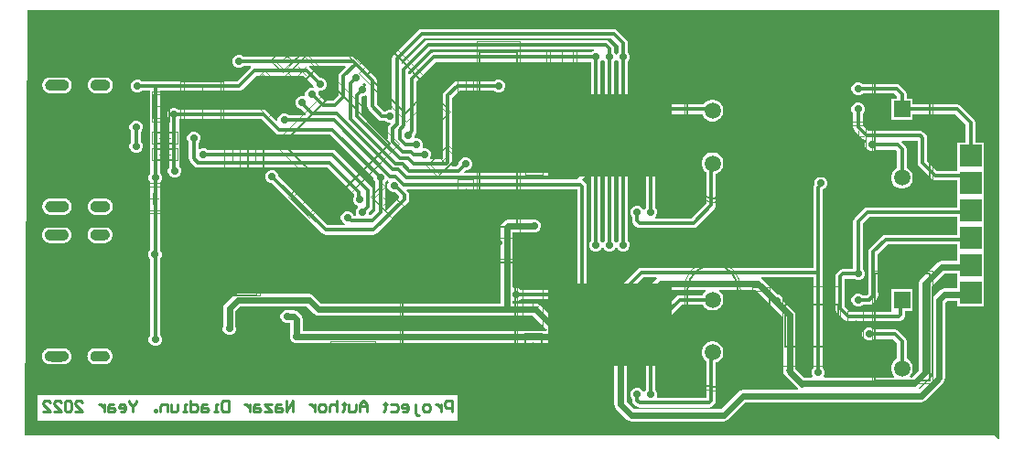
<source format=gbl>
G04*
G04 #@! TF.GenerationSoftware,Altium Limited,Altium Designer,22.1.2 (22)*
G04*
G04 Layer_Physical_Order=2*
G04 Layer_Color=16711680*
%FSLAX44Y44*%
%MOMM*%
G71*
G04*
G04 #@! TF.SameCoordinates,D73D9505-6E86-4879-9EB9-392C4F9F1875*
G04*
G04*
G04 #@! TF.FilePolarity,Positive*
G04*
G01*
G75*
%ADD10C,0.2000*%
%ADD11C,0.1270*%
%ADD13C,0.0000*%
%ADD14C,0.0500*%
%ADD15C,0.2540*%
%ADD16C,0.1000*%
%ADD63C,0.6000*%
%ADD66C,0.3500*%
%ADD68O,1.9000X0.9500*%
%ADD69O,1.6000X0.8000*%
%ADD70C,1.5000*%
%ADD71R,1.5000X1.5000*%
%ADD72R,2.0000X2.0000*%
%ADD73C,0.7000*%
G36*
X1172210Y887449D02*
X1171037Y886963D01*
X1167095Y890905D01*
X271011D01*
X270116Y891806D01*
X273050Y1283970D01*
X1172210Y1283970D01*
Y887449D01*
D02*
G37*
%LPC*%
G36*
X344360Y1222350D02*
X336360D01*
X336326Y1222343D01*
X336292Y1222349D01*
X336031Y1222342D01*
X335963Y1222327D01*
X335895Y1222335D01*
X335634Y1222314D01*
X335568Y1222296D01*
X335499Y1222300D01*
X335240Y1222266D01*
X335175Y1222244D01*
X335106Y1222245D01*
X334849Y1222197D01*
X334785Y1222172D01*
X334716Y1222169D01*
X334461Y1222108D01*
X334399Y1222079D01*
X334330Y1222073D01*
X334079Y1221998D01*
X334019Y1221966D01*
X333951Y1221956D01*
X333704Y1221869D01*
X333645Y1221834D01*
X333577Y1221821D01*
X333335Y1221720D01*
X333278Y1221682D01*
X333211Y1221665D01*
X332975Y1221553D01*
X332920Y1221511D01*
X332854Y1221491D01*
X332624Y1221366D01*
X332571Y1221322D01*
X332507Y1221298D01*
X332284Y1221161D01*
X332233Y1221115D01*
X332170Y1221088D01*
X331954Y1220939D01*
X331906Y1220890D01*
X331844Y1220860D01*
X331637Y1220700D01*
X331591Y1220649D01*
X331531Y1220615D01*
X331333Y1220445D01*
X331290Y1220391D01*
X331232Y1220354D01*
X331042Y1220174D01*
X331002Y1220118D01*
X330946Y1220078D01*
X330766Y1219888D01*
X330729Y1219830D01*
X330675Y1219788D01*
X330505Y1219588D01*
X330471Y1219528D01*
X330420Y1219483D01*
X330260Y1219275D01*
X330230Y1219214D01*
X330181Y1219166D01*
X330033Y1218950D01*
X330005Y1218887D01*
X329958Y1218836D01*
X329822Y1218613D01*
X329798Y1218549D01*
X329754Y1218496D01*
X329629Y1218266D01*
X329609Y1218200D01*
X329567Y1218145D01*
X329455Y1217909D01*
X329438Y1217842D01*
X329400Y1217785D01*
X329300Y1217543D01*
X329286Y1217475D01*
X329251Y1217416D01*
X329164Y1217170D01*
X329154Y1217102D01*
X329122Y1217041D01*
X329047Y1216790D01*
X329041Y1216721D01*
X329012Y1216659D01*
X328951Y1216404D01*
X328948Y1216336D01*
X328923Y1216272D01*
X328875Y1216014D01*
X328876Y1215945D01*
X328854Y1215880D01*
X328820Y1215621D01*
X328824Y1215552D01*
X328806Y1215486D01*
X328785Y1215225D01*
X328793Y1215157D01*
X328778Y1215089D01*
X328771Y1214828D01*
X328783Y1214760D01*
X328771Y1214692D01*
X328778Y1214430D01*
X328793Y1214363D01*
X328785Y1214295D01*
X328806Y1214034D01*
X328824Y1213968D01*
X328820Y1213899D01*
X328854Y1213640D01*
X328876Y1213575D01*
X328875Y1213506D01*
X328923Y1213249D01*
X328948Y1213185D01*
X328951Y1213116D01*
X329012Y1212861D01*
X329041Y1212799D01*
X329047Y1212730D01*
X329122Y1212479D01*
X329154Y1212419D01*
X329164Y1212350D01*
X329251Y1212104D01*
X329286Y1212045D01*
X329300Y1211977D01*
X329400Y1211735D01*
X329438Y1211678D01*
X329455Y1211611D01*
X329567Y1211375D01*
X329609Y1211320D01*
X329629Y1211254D01*
X329754Y1211024D01*
X329798Y1210971D01*
X329822Y1210907D01*
X329958Y1210684D01*
X330005Y1210633D01*
X330033Y1210570D01*
X330181Y1210354D01*
X330230Y1210306D01*
X330260Y1210245D01*
X330420Y1210037D01*
X330471Y1209992D01*
X330505Y1209931D01*
X330675Y1209732D01*
X330729Y1209690D01*
X330766Y1209632D01*
X330946Y1209442D01*
X331002Y1209402D01*
X331042Y1209346D01*
X331232Y1209166D01*
X331290Y1209129D01*
X331333Y1209075D01*
X331531Y1208905D01*
X331591Y1208871D01*
X331637Y1208820D01*
X331844Y1208660D01*
X331906Y1208630D01*
X331954Y1208581D01*
X332170Y1208432D01*
X332233Y1208405D01*
X332284Y1208359D01*
X332507Y1208222D01*
X332571Y1208198D01*
X332624Y1208154D01*
X332854Y1208029D01*
X332920Y1208009D01*
X332975Y1207967D01*
X333212Y1207855D01*
X333278Y1207838D01*
X333335Y1207800D01*
X333577Y1207700D01*
X333645Y1207686D01*
X333704Y1207651D01*
X333951Y1207563D01*
X334019Y1207554D01*
X334079Y1207522D01*
X334330Y1207447D01*
X334399Y1207441D01*
X334461Y1207412D01*
X334716Y1207351D01*
X334785Y1207348D01*
X334849Y1207323D01*
X335106Y1207275D01*
X335175Y1207276D01*
X335240Y1207254D01*
X335499Y1207220D01*
X335568Y1207224D01*
X335634Y1207206D01*
X335895Y1207185D01*
X335964Y1207193D01*
X336031Y1207178D01*
X336292Y1207171D01*
X336326Y1207177D01*
X336360Y1207170D01*
X344360D01*
X344394Y1207177D01*
X344428Y1207171D01*
X344689Y1207178D01*
X344757Y1207193D01*
X344825Y1207185D01*
X345086Y1207206D01*
X345152Y1207224D01*
X345221Y1207220D01*
X345480Y1207254D01*
X345545Y1207276D01*
X345614Y1207275D01*
X345872Y1207323D01*
X345935Y1207348D01*
X346004Y1207351D01*
X346259Y1207412D01*
X346321Y1207441D01*
X346390Y1207447D01*
X346641Y1207522D01*
X346702Y1207554D01*
X346770Y1207563D01*
X347016Y1207651D01*
X347075Y1207686D01*
X347143Y1207700D01*
X347385Y1207800D01*
X347442Y1207838D01*
X347508Y1207855D01*
X347745Y1207967D01*
X347800Y1208009D01*
X347866Y1208029D01*
X348096Y1208154D01*
X348149Y1208198D01*
X348213Y1208222D01*
X348436Y1208359D01*
X348487Y1208405D01*
X348550Y1208432D01*
X348766Y1208581D01*
X348814Y1208630D01*
X348876Y1208660D01*
X349083Y1208820D01*
X349128Y1208871D01*
X349188Y1208905D01*
X349388Y1209075D01*
X349430Y1209129D01*
X349488Y1209166D01*
X349678Y1209346D01*
X349718Y1209402D01*
X349774Y1209442D01*
X349954Y1209632D01*
X349991Y1209690D01*
X350045Y1209732D01*
X350215Y1209931D01*
X350249Y1209992D01*
X350300Y1210037D01*
X350460Y1210245D01*
X350490Y1210306D01*
X350539Y1210354D01*
X350688Y1210570D01*
X350715Y1210633D01*
X350761Y1210684D01*
X350898Y1210907D01*
X350922Y1210971D01*
X350966Y1211024D01*
X351091Y1211254D01*
X351111Y1211320D01*
X351152Y1211375D01*
X351265Y1211611D01*
X351282Y1211678D01*
X351320Y1211735D01*
X351421Y1211977D01*
X351434Y1212045D01*
X351469Y1212104D01*
X351557Y1212350D01*
X351566Y1212419D01*
X351598Y1212479D01*
X351673Y1212730D01*
X351679Y1212799D01*
X351708Y1212861D01*
X351769Y1213116D01*
X351772Y1213185D01*
X351797Y1213249D01*
X351845Y1213506D01*
X351844Y1213575D01*
X351866Y1213640D01*
X351900Y1213899D01*
X351896Y1213968D01*
X351914Y1214034D01*
X351935Y1214295D01*
X351927Y1214363D01*
X351942Y1214430D01*
X351949Y1214692D01*
X351937Y1214760D01*
X351949Y1214828D01*
X351942Y1215089D01*
X351927Y1215157D01*
X351935Y1215225D01*
X351914Y1215486D01*
X351896Y1215552D01*
X351900Y1215621D01*
X351866Y1215880D01*
X351844Y1215945D01*
X351845Y1216014D01*
X351797Y1216272D01*
X351772Y1216335D01*
X351769Y1216404D01*
X351708Y1216659D01*
X351679Y1216721D01*
X351673Y1216790D01*
X351598Y1217041D01*
X351566Y1217102D01*
X351557Y1217170D01*
X351469Y1217416D01*
X351434Y1217475D01*
X351421Y1217543D01*
X351320Y1217785D01*
X351282Y1217842D01*
X351265Y1217909D01*
X351152Y1218145D01*
X351111Y1218200D01*
X351091Y1218266D01*
X350966Y1218496D01*
X350922Y1218549D01*
X350898Y1218613D01*
X350761Y1218836D01*
X350715Y1218887D01*
X350688Y1218950D01*
X350539Y1219166D01*
X350490Y1219214D01*
X350460Y1219276D01*
X350300Y1219483D01*
X350249Y1219529D01*
X350215Y1219588D01*
X350045Y1219788D01*
X349991Y1219830D01*
X349954Y1219888D01*
X349774Y1220078D01*
X349718Y1220118D01*
X349678Y1220174D01*
X349488Y1220354D01*
X349430Y1220391D01*
X349388Y1220445D01*
X349188Y1220615D01*
X349128Y1220649D01*
X349083Y1220700D01*
X348876Y1220860D01*
X348814Y1220890D01*
X348766Y1220939D01*
X348550Y1221088D01*
X348487Y1221115D01*
X348436Y1221161D01*
X348213Y1221298D01*
X348149Y1221322D01*
X348096Y1221366D01*
X347866Y1221491D01*
X347800Y1221511D01*
X347745Y1221553D01*
X347509Y1221665D01*
X347442Y1221682D01*
X347385Y1221720D01*
X347143Y1221821D01*
X347076Y1221834D01*
X347016Y1221869D01*
X346770Y1221956D01*
X346702Y1221966D01*
X346641Y1221998D01*
X346390Y1222073D01*
X346321Y1222079D01*
X346259Y1222108D01*
X346004Y1222169D01*
X345936Y1222172D01*
X345872Y1222197D01*
X345614Y1222245D01*
X345545Y1222244D01*
X345480Y1222266D01*
X345221Y1222300D01*
X345152Y1222296D01*
X345086Y1222314D01*
X344825Y1222335D01*
X344757Y1222327D01*
X344689Y1222342D01*
X344428Y1222349D01*
X344394Y1222343D01*
X344360Y1222350D01*
D02*
G37*
G36*
X306360D02*
X294360D01*
X294326Y1222343D01*
X294292Y1222349D01*
X294030Y1222342D01*
X293963Y1222327D01*
X293895Y1222335D01*
X293634Y1222314D01*
X293568Y1222296D01*
X293499Y1222300D01*
X293240Y1222266D01*
X293175Y1222244D01*
X293106Y1222245D01*
X292848Y1222197D01*
X292785Y1222172D01*
X292716Y1222169D01*
X292461Y1222108D01*
X292399Y1222079D01*
X292330Y1222073D01*
X292079Y1221998D01*
X292019Y1221966D01*
X291950Y1221956D01*
X291704Y1221869D01*
X291645Y1221834D01*
X291577Y1221821D01*
X291335Y1221720D01*
X291278Y1221682D01*
X291211Y1221665D01*
X290975Y1221553D01*
X290920Y1221511D01*
X290854Y1221491D01*
X290624Y1221366D01*
X290571Y1221322D01*
X290507Y1221298D01*
X290284Y1221161D01*
X290233Y1221115D01*
X290170Y1221088D01*
X289954Y1220939D01*
X289906Y1220890D01*
X289844Y1220860D01*
X289637Y1220700D01*
X289592Y1220649D01*
X289532Y1220615D01*
X289333Y1220445D01*
X289290Y1220391D01*
X289232Y1220354D01*
X289042Y1220174D01*
X289002Y1220118D01*
X288946Y1220078D01*
X288766Y1219888D01*
X288729Y1219830D01*
X288675Y1219788D01*
X288505Y1219588D01*
X288471Y1219529D01*
X288420Y1219483D01*
X288260Y1219276D01*
X288230Y1219214D01*
X288181Y1219166D01*
X288032Y1218950D01*
X288005Y1218887D01*
X287959Y1218836D01*
X287822Y1218613D01*
X287798Y1218549D01*
X287754Y1218496D01*
X287629Y1218266D01*
X287609Y1218200D01*
X287568Y1218145D01*
X287455Y1217909D01*
X287438Y1217842D01*
X287400Y1217785D01*
X287299Y1217543D01*
X287286Y1217475D01*
X287251Y1217416D01*
X287164Y1217170D01*
X287154Y1217102D01*
X287122Y1217041D01*
X287047Y1216790D01*
X287041Y1216721D01*
X287012Y1216659D01*
X286951Y1216404D01*
X286948Y1216336D01*
X286923Y1216272D01*
X286875Y1216014D01*
X286876Y1215945D01*
X286854Y1215880D01*
X286820Y1215621D01*
X286824Y1215552D01*
X286806Y1215486D01*
X286785Y1215225D01*
X286793Y1215157D01*
X286778Y1215089D01*
X286771Y1214828D01*
X286783Y1214760D01*
X286771Y1214692D01*
X286778Y1214430D01*
X286793Y1214363D01*
X286785Y1214295D01*
X286806Y1214034D01*
X286824Y1213968D01*
X286820Y1213899D01*
X286854Y1213640D01*
X286876Y1213575D01*
X286875Y1213506D01*
X286923Y1213249D01*
X286948Y1213185D01*
X286951Y1213116D01*
X287012Y1212861D01*
X287041Y1212799D01*
X287047Y1212730D01*
X287122Y1212479D01*
X287154Y1212419D01*
X287164Y1212350D01*
X287251Y1212104D01*
X287286Y1212045D01*
X287299Y1211977D01*
X287400Y1211735D01*
X287438Y1211678D01*
X287455Y1211611D01*
X287568Y1211375D01*
X287609Y1211320D01*
X287629Y1211254D01*
X287754Y1211024D01*
X287798Y1210971D01*
X287822Y1210907D01*
X287959Y1210684D01*
X288005Y1210633D01*
X288032Y1210570D01*
X288181Y1210354D01*
X288230Y1210306D01*
X288260Y1210245D01*
X288420Y1210037D01*
X288471Y1209992D01*
X288505Y1209931D01*
X288675Y1209732D01*
X288729Y1209690D01*
X288766Y1209632D01*
X288946Y1209442D01*
X289002Y1209402D01*
X289042Y1209346D01*
X289232Y1209166D01*
X289290Y1209129D01*
X289333Y1209075D01*
X289532Y1208905D01*
X289592Y1208871D01*
X289637Y1208820D01*
X289844Y1208660D01*
X289906Y1208630D01*
X289954Y1208581D01*
X290170Y1208432D01*
X290233Y1208405D01*
X290284Y1208359D01*
X290507Y1208222D01*
X290571Y1208198D01*
X290624Y1208154D01*
X290854Y1208029D01*
X290920Y1208009D01*
X290975Y1207967D01*
X291212Y1207855D01*
X291278Y1207838D01*
X291335Y1207800D01*
X291577Y1207700D01*
X291645Y1207686D01*
X291704Y1207651D01*
X291950Y1207563D01*
X292019Y1207554D01*
X292079Y1207522D01*
X292330Y1207447D01*
X292399Y1207441D01*
X292461Y1207412D01*
X292716Y1207351D01*
X292785Y1207348D01*
X292848Y1207323D01*
X293106Y1207275D01*
X293175Y1207276D01*
X293240Y1207254D01*
X293499Y1207220D01*
X293568Y1207224D01*
X293634Y1207206D01*
X293895Y1207185D01*
X293964Y1207193D01*
X294030Y1207178D01*
X294292Y1207171D01*
X294326Y1207177D01*
X294360Y1207170D01*
X306360D01*
X306394Y1207177D01*
X306428Y1207171D01*
X306689Y1207178D01*
X306756Y1207193D01*
X306825Y1207185D01*
X307086Y1207206D01*
X307152Y1207224D01*
X307221Y1207220D01*
X307480Y1207254D01*
X307545Y1207276D01*
X307614Y1207275D01*
X307871Y1207323D01*
X307935Y1207348D01*
X308004Y1207351D01*
X308259Y1207412D01*
X308321Y1207441D01*
X308390Y1207447D01*
X308641Y1207522D01*
X308701Y1207554D01*
X308770Y1207563D01*
X309016Y1207651D01*
X309075Y1207686D01*
X309143Y1207700D01*
X309385Y1207800D01*
X309442Y1207838D01*
X309508Y1207855D01*
X309745Y1207967D01*
X309800Y1208009D01*
X309866Y1208029D01*
X310096Y1208154D01*
X310149Y1208198D01*
X310213Y1208222D01*
X310436Y1208359D01*
X310487Y1208405D01*
X310550Y1208432D01*
X310766Y1208581D01*
X310814Y1208630D01*
X310875Y1208660D01*
X311083Y1208820D01*
X311129Y1208871D01*
X311189Y1208905D01*
X311388Y1209075D01*
X311430Y1209129D01*
X311488Y1209166D01*
X311678Y1209346D01*
X311718Y1209402D01*
X311774Y1209442D01*
X311954Y1209632D01*
X311991Y1209690D01*
X312045Y1209732D01*
X312215Y1209931D01*
X312249Y1209992D01*
X312300Y1210037D01*
X312460Y1210245D01*
X312490Y1210306D01*
X312539Y1210354D01*
X312688Y1210570D01*
X312715Y1210633D01*
X312761Y1210684D01*
X312898Y1210907D01*
X312922Y1210971D01*
X312966Y1211024D01*
X313091Y1211254D01*
X313111Y1211320D01*
X313153Y1211375D01*
X313265Y1211611D01*
X313282Y1211678D01*
X313320Y1211735D01*
X313421Y1211977D01*
X313434Y1212045D01*
X313469Y1212104D01*
X313556Y1212350D01*
X313566Y1212419D01*
X313598Y1212479D01*
X313673Y1212730D01*
X313679Y1212799D01*
X313708Y1212861D01*
X313769Y1213116D01*
X313772Y1213185D01*
X313797Y1213249D01*
X313845Y1213506D01*
X313844Y1213575D01*
X313866Y1213640D01*
X313900Y1213899D01*
X313896Y1213968D01*
X313914Y1214034D01*
X313935Y1214295D01*
X313927Y1214363D01*
X313942Y1214430D01*
X313949Y1214692D01*
X313937Y1214760D01*
X313949Y1214828D01*
X313942Y1215089D01*
X313927Y1215157D01*
X313935Y1215225D01*
X313914Y1215486D01*
X313896Y1215552D01*
X313900Y1215621D01*
X313866Y1215880D01*
X313844Y1215945D01*
X313845Y1216014D01*
X313797Y1216272D01*
X313772Y1216335D01*
X313769Y1216404D01*
X313708Y1216659D01*
X313679Y1216721D01*
X313673Y1216790D01*
X313598Y1217041D01*
X313566Y1217102D01*
X313556Y1217170D01*
X313469Y1217416D01*
X313434Y1217475D01*
X313421Y1217543D01*
X313320Y1217785D01*
X313282Y1217842D01*
X313265Y1217909D01*
X313153Y1218145D01*
X313111Y1218200D01*
X313091Y1218266D01*
X312966Y1218496D01*
X312922Y1218549D01*
X312898Y1218613D01*
X312761Y1218836D01*
X312715Y1218887D01*
X312688Y1218950D01*
X312539Y1219166D01*
X312490Y1219214D01*
X312460Y1219276D01*
X312300Y1219483D01*
X312249Y1219529D01*
X312215Y1219588D01*
X312045Y1219788D01*
X311991Y1219830D01*
X311954Y1219888D01*
X311774Y1220078D01*
X311718Y1220118D01*
X311678Y1220174D01*
X311488Y1220354D01*
X311430Y1220391D01*
X311388Y1220445D01*
X311189Y1220615D01*
X311129Y1220649D01*
X311083Y1220700D01*
X310875Y1220860D01*
X310814Y1220890D01*
X310766Y1220939D01*
X310550Y1221088D01*
X310487Y1221115D01*
X310436Y1221161D01*
X310213Y1221298D01*
X310149Y1221322D01*
X310096Y1221366D01*
X309866Y1221491D01*
X309800Y1221511D01*
X309745Y1221553D01*
X309509Y1221665D01*
X309442Y1221682D01*
X309385Y1221720D01*
X309143Y1221821D01*
X309076Y1221834D01*
X309016Y1221869D01*
X308770Y1221956D01*
X308701Y1221966D01*
X308641Y1221998D01*
X308390Y1222073D01*
X308321Y1222079D01*
X308259Y1222108D01*
X308004Y1222169D01*
X307936Y1222172D01*
X307871Y1222197D01*
X307614Y1222245D01*
X307545Y1222244D01*
X307480Y1222266D01*
X307221Y1222300D01*
X307152Y1222296D01*
X307086Y1222314D01*
X306825Y1222335D01*
X306757Y1222327D01*
X306689Y1222342D01*
X306428Y1222349D01*
X306394Y1222343D01*
X306360Y1222350D01*
D02*
G37*
G36*
X815340Y1266754D02*
X637540D01*
X635866Y1266421D01*
X634447Y1265473D01*
X611587Y1242613D01*
X610639Y1241194D01*
X610306Y1239520D01*
Y1192738D01*
X609531Y1192220D01*
X607129D01*
X604909Y1191301D01*
X604162Y1190554D01*
X602522D01*
X596194Y1196882D01*
Y1219200D01*
X595861Y1220874D01*
X594913Y1222293D01*
X579673Y1237533D01*
X577133Y1240073D01*
X575714Y1241021D01*
X574040Y1241354D01*
X472798D01*
X472051Y1242101D01*
X469831Y1243020D01*
X467429D01*
X465209Y1242101D01*
X463509Y1240401D01*
X462590Y1238181D01*
Y1235779D01*
X463509Y1233559D01*
X465209Y1231860D01*
X467429Y1230940D01*
X469831D01*
X472051Y1231860D01*
X472798Y1232606D01*
X479351D01*
X479736Y1231336D01*
X479507Y1231183D01*
X466818Y1218494D01*
X378818D01*
X378071Y1219240D01*
X375851Y1220160D01*
X373449D01*
X371229Y1219240D01*
X369529Y1217541D01*
X368610Y1215321D01*
Y1212919D01*
X369529Y1210699D01*
X371229Y1208999D01*
X373449Y1208080D01*
X375851D01*
X378071Y1208999D01*
X378818Y1209746D01*
X386786D01*
Y1133198D01*
X386040Y1132451D01*
X385120Y1130231D01*
Y1127829D01*
X386040Y1125609D01*
X386786Y1124862D01*
Y1062328D01*
X385880Y1061421D01*
X384960Y1059201D01*
Y1056799D01*
X385880Y1054579D01*
X386786Y1053672D01*
Y983338D01*
X386040Y982591D01*
X385120Y980371D01*
Y977969D01*
X386040Y975749D01*
X387739Y974050D01*
X389959Y973130D01*
X392361D01*
X394581Y974050D01*
X396281Y975749D01*
X397200Y977969D01*
Y980371D01*
X396281Y982591D01*
X395534Y983338D01*
Y1053992D01*
X396120Y1054579D01*
X397040Y1056799D01*
Y1059201D01*
X396120Y1061421D01*
X395534Y1062008D01*
Y1124862D01*
X396281Y1125609D01*
X397200Y1127829D01*
Y1130231D01*
X396281Y1132451D01*
X395534Y1133198D01*
Y1209746D01*
X468630D01*
X470304Y1210079D01*
X471723Y1211027D01*
X484412Y1223716D01*
X529048D01*
X537520Y1215244D01*
Y1214189D01*
X537788Y1213542D01*
X536828Y1212540D01*
X534739D01*
X532519Y1211620D01*
X530820Y1209921D01*
X529900Y1207701D01*
Y1205612D01*
X528898Y1204652D01*
X528251Y1204920D01*
X525849D01*
X523629Y1204000D01*
X521930Y1202301D01*
X521010Y1200081D01*
Y1197679D01*
X521930Y1195459D01*
X523629Y1193760D01*
X525644Y1192925D01*
X525707Y1192830D01*
X530620Y1187917D01*
X530134Y1186744D01*
X514708D01*
X513961Y1187490D01*
X511741Y1188410D01*
X509339D01*
X507119Y1187490D01*
X505420Y1185791D01*
X504500Y1183571D01*
Y1182422D01*
X503230Y1181896D01*
X494463Y1190663D01*
X493044Y1191611D01*
X491370Y1191944D01*
X412648D01*
X411901Y1192691D01*
X409682Y1193610D01*
X407279D01*
X405059Y1192691D01*
X403360Y1190991D01*
X402440Y1188771D01*
Y1186369D01*
X403360Y1184149D01*
X404336Y1183172D01*
Y1139318D01*
X403820Y1138801D01*
X402900Y1136581D01*
Y1134179D01*
X403820Y1131959D01*
X405519Y1130259D01*
X407739Y1129340D01*
X410141D01*
X412361Y1130259D01*
X414061Y1131959D01*
X414980Y1134179D01*
Y1136581D01*
X414061Y1138801D01*
X413084Y1139778D01*
Y1183196D01*
X489558D01*
X502367Y1170387D01*
X503786Y1169439D01*
X505460Y1169106D01*
X553178D01*
X593400Y1128884D01*
Y1127829D01*
X594319Y1125609D01*
X595066Y1124862D01*
Y1099092D01*
X590387Y1094413D01*
X589602Y1094472D01*
X588820Y1095717D01*
X588970Y1096079D01*
Y1097134D01*
X591103Y1099267D01*
X592051Y1100686D01*
X592384Y1102360D01*
Y1117600D01*
X592051Y1119274D01*
X591103Y1120693D01*
X558083Y1153713D01*
X556664Y1154661D01*
X554990Y1154994D01*
X439778D01*
X439031Y1155741D01*
X436811Y1156660D01*
X434409D01*
X432364Y1155813D01*
X431094Y1156305D01*
Y1161692D01*
X431841Y1162439D01*
X432760Y1164659D01*
Y1167061D01*
X431841Y1169281D01*
X430141Y1170981D01*
X427921Y1171900D01*
X425519D01*
X423299Y1170981D01*
X421600Y1169281D01*
X420680Y1167061D01*
Y1164659D01*
X421600Y1162439D01*
X422346Y1161692D01*
Y1146810D01*
X422679Y1145136D01*
X423627Y1143717D01*
X427437Y1139907D01*
X428856Y1138959D01*
X430530Y1138626D01*
X550638D01*
X575163Y1114102D01*
Y1111873D01*
X574350Y1109911D01*
Y1107509D01*
X575270Y1105289D01*
X576969Y1103589D01*
X578335Y1103023D01*
X578633Y1101525D01*
X577809Y1100701D01*
X576890Y1098481D01*
Y1096079D01*
X577299Y1095090D01*
X576594Y1094034D01*
X574738D01*
X574081Y1095621D01*
X572381Y1097320D01*
X570161Y1098240D01*
X567759D01*
X565539Y1097320D01*
X563839Y1095621D01*
X562920Y1093401D01*
Y1090999D01*
X563839Y1088779D01*
X565539Y1087079D01*
X567145Y1086414D01*
X566893Y1085144D01*
X550452D01*
X505150Y1130446D01*
Y1131501D01*
X504230Y1133721D01*
X502531Y1135421D01*
X500311Y1136340D01*
X497909D01*
X495689Y1135421D01*
X493989Y1133721D01*
X493070Y1131501D01*
Y1129099D01*
X493989Y1126879D01*
X495689Y1125180D01*
X497909Y1124260D01*
X498964D01*
X545547Y1077677D01*
X546966Y1076729D01*
X548640Y1076396D01*
X593090D01*
X594764Y1076729D01*
X596183Y1077677D01*
X624758Y1106253D01*
X625707Y1107672D01*
X626040Y1109345D01*
Y1113091D01*
X625707Y1114765D01*
X624758Y1116184D01*
X623810Y1117133D01*
X624296Y1118306D01*
X781756D01*
Y1031240D01*
X790504D01*
Y1121192D01*
X790171Y1122866D01*
X789223Y1124285D01*
X787735Y1125773D01*
X786560Y1126558D01*
X786155Y1127949D01*
X788476Y1130270D01*
X754336D01*
Y1133404D01*
X677699D01*
X677213Y1134577D01*
X678326Y1135690D01*
X679381D01*
X681601Y1136609D01*
X683300Y1138309D01*
X684220Y1140529D01*
Y1142931D01*
X683300Y1145151D01*
X681601Y1146851D01*
X679381Y1147770D01*
X676979D01*
X674759Y1146851D01*
X673059Y1145151D01*
X672140Y1142931D01*
Y1141876D01*
X670018Y1139754D01*
X666042D01*
X665364Y1141024D01*
X665711Y1141544D01*
X666044Y1143218D01*
Y1203418D01*
X672372Y1209746D01*
X704492D01*
X705239Y1208999D01*
X707459Y1208080D01*
X709861D01*
X712081Y1208999D01*
X713781Y1210699D01*
X714700Y1212919D01*
Y1215321D01*
X713781Y1217541D01*
X712081Y1219240D01*
X709861Y1220160D01*
X707459D01*
X705239Y1219240D01*
X704492Y1218494D01*
X670560D01*
X668886Y1218161D01*
X667467Y1217213D01*
X658577Y1208323D01*
X657629Y1206904D01*
X657296Y1205230D01*
Y1146104D01*
X645765D01*
X645273Y1147374D01*
X646120Y1149419D01*
Y1151821D01*
X645201Y1154041D01*
X643501Y1155741D01*
X641281Y1156660D01*
X639192D01*
X638232Y1157662D01*
X638500Y1158309D01*
Y1160711D01*
X637580Y1162931D01*
X635881Y1164631D01*
X633661Y1165550D01*
X631572D01*
X630612Y1166552D01*
X630880Y1167199D01*
Y1168254D01*
X631743Y1169117D01*
X632691Y1170536D01*
X633024Y1172210D01*
Y1218658D01*
X650782Y1236416D01*
X794456D01*
Y1206500D01*
X803204D01*
Y1236622D01*
X803951Y1237369D01*
X804493Y1238678D01*
X805867D01*
X806410Y1237369D01*
X807156Y1236622D01*
Y1206500D01*
X815904D01*
Y1236622D01*
X816650Y1237369D01*
X817193Y1238678D01*
X818567D01*
X819109Y1237369D01*
X819856Y1236622D01*
Y1206500D01*
X828604D01*
Y1236622D01*
X829351Y1237369D01*
X830270Y1239589D01*
Y1241991D01*
X829351Y1244211D01*
X828604Y1244958D01*
Y1253490D01*
X828271Y1255164D01*
X827323Y1256583D01*
X818433Y1265473D01*
X817014Y1266421D01*
X815340Y1266754D01*
D02*
G37*
G36*
X908102Y1201300D02*
X905458D01*
X902905Y1200616D01*
X900615Y1199294D01*
X898746Y1197425D01*
X898445Y1196904D01*
X868680D01*
Y1188156D01*
X897218D01*
X897424Y1187385D01*
X898746Y1185095D01*
X900615Y1183226D01*
X902905Y1181904D01*
X905458Y1181220D01*
X908102D01*
X910655Y1181904D01*
X912945Y1183226D01*
X914814Y1185095D01*
X916136Y1187385D01*
X916820Y1189938D01*
Y1192582D01*
X916136Y1195135D01*
X914814Y1197425D01*
X912945Y1199294D01*
X910655Y1200616D01*
X908102Y1201300D01*
D02*
G37*
G36*
X374581Y1182060D02*
X372179D01*
X369959Y1181141D01*
X368260Y1179441D01*
X367340Y1177221D01*
Y1174819D01*
X368260Y1172599D01*
X369006Y1171852D01*
Y1162408D01*
X368260Y1161661D01*
X367340Y1159441D01*
Y1157039D01*
X368260Y1154819D01*
X369959Y1153120D01*
X372179Y1152200D01*
X374581D01*
X376801Y1153120D01*
X378501Y1154819D01*
X379420Y1157039D01*
Y1159441D01*
X378501Y1161661D01*
X377754Y1162408D01*
Y1171852D01*
X378501Y1172599D01*
X379420Y1174819D01*
Y1177221D01*
X378501Y1179441D01*
X376801Y1181141D01*
X374581Y1182060D01*
D02*
G37*
G36*
X1042601Y1217620D02*
X1040199D01*
X1037979Y1216701D01*
X1036280Y1215001D01*
X1035360Y1212781D01*
Y1210379D01*
X1036280Y1208159D01*
X1037979Y1206460D01*
X1040199Y1205540D01*
X1042601D01*
X1044821Y1206460D01*
X1045568Y1207206D01*
X1075148D01*
X1077666Y1204688D01*
Y1202570D01*
X1072000D01*
Y1182490D01*
X1092080D01*
Y1188156D01*
X1131658D01*
X1141166Y1178648D01*
Y1161890D01*
X1133000D01*
Y1137760D01*
X1133000Y1136272D01*
X1132102Y1135374D01*
X1114812D01*
X1105374Y1144812D01*
Y1165950D01*
X1105041Y1167624D01*
X1104093Y1169043D01*
X1102043Y1171093D01*
X1100624Y1172041D01*
X1098950Y1172374D01*
X1050742D01*
X1045774Y1177342D01*
Y1188362D01*
X1046520Y1189109D01*
X1047440Y1191329D01*
Y1193731D01*
X1046520Y1195951D01*
X1044821Y1197651D01*
X1042601Y1198570D01*
X1040199D01*
X1037979Y1197651D01*
X1036280Y1195951D01*
X1035360Y1193731D01*
Y1191329D01*
X1036280Y1189109D01*
X1037026Y1188362D01*
Y1175530D01*
X1037359Y1173856D01*
X1038307Y1172437D01*
X1045837Y1164907D01*
X1047256Y1163959D01*
X1048068Y1163797D01*
X1048220Y1163653D01*
X1048757Y1162395D01*
X1048060Y1160711D01*
Y1158309D01*
X1048979Y1156089D01*
X1050679Y1154389D01*
X1052899Y1153470D01*
X1055301D01*
X1057521Y1154389D01*
X1058268Y1155136D01*
X1076678D01*
X1077666Y1154148D01*
Y1138098D01*
X1075875Y1137064D01*
X1074006Y1135195D01*
X1072684Y1132905D01*
X1072000Y1130352D01*
Y1127708D01*
X1072684Y1125155D01*
X1074006Y1122865D01*
X1075875Y1120996D01*
X1078165Y1119674D01*
X1080718Y1118990D01*
X1083362D01*
X1085915Y1119674D01*
X1088205Y1120996D01*
X1090074Y1122865D01*
X1091396Y1125155D01*
X1092080Y1127708D01*
Y1130352D01*
X1091396Y1132905D01*
X1090074Y1135195D01*
X1088205Y1137064D01*
X1086414Y1138098D01*
Y1155960D01*
X1086081Y1157634D01*
X1085133Y1159053D01*
X1081830Y1162356D01*
X1082096Y1163325D01*
X1082310Y1163626D01*
X1096626D01*
Y1143000D01*
X1096959Y1141326D01*
X1097907Y1139907D01*
X1109907Y1127907D01*
X1111326Y1126959D01*
X1113000Y1126626D01*
X1133000D01*
Y1112360D01*
X1133000Y1111410D01*
X1133000Y1110140D01*
Y1101654D01*
X1050290D01*
X1048616Y1101321D01*
X1047197Y1100373D01*
X1038307Y1091483D01*
X1037359Y1090064D01*
X1037026Y1088390D01*
Y1044504D01*
X1027430D01*
X1025756Y1044171D01*
X1024337Y1043223D01*
X1021797Y1040683D01*
X1020849Y1039264D01*
X1020516Y1037590D01*
Y1008380D01*
X1020849Y1006706D01*
X1021797Y1005287D01*
X1029417Y997667D01*
X1030836Y996719D01*
X1032510Y996386D01*
X1079282D01*
X1080956Y996719D01*
X1082375Y997667D01*
X1083863Y999155D01*
X1084811Y1000574D01*
X1085144Y1002248D01*
Y1005960D01*
X1092080D01*
Y1026040D01*
X1072000D01*
Y1005960D01*
X1071072Y1005134D01*
X1034322D01*
X1029264Y1010192D01*
Y1035756D01*
X1037232D01*
X1037979Y1035010D01*
X1040199Y1034090D01*
X1042601D01*
X1044821Y1035010D01*
X1046520Y1036709D01*
X1047440Y1038929D01*
Y1041331D01*
X1046520Y1043551D01*
X1045774Y1044298D01*
Y1086578D01*
X1052102Y1092906D01*
X1133000D01*
Y1086960D01*
X1133000Y1086010D01*
X1133000Y1084740D01*
Y1076254D01*
X1066800D01*
X1065126Y1075921D01*
X1063707Y1074973D01*
X1052277Y1063543D01*
X1051329Y1062124D01*
X1050996Y1060450D01*
Y1022350D01*
X1051117Y1021743D01*
X1049748Y1020374D01*
X1045568D01*
X1044821Y1021121D01*
X1042601Y1022040D01*
X1040199D01*
X1037979Y1021121D01*
X1036280Y1019421D01*
X1035360Y1017201D01*
Y1014799D01*
X1036280Y1012579D01*
X1037979Y1010880D01*
X1040199Y1009960D01*
X1042601D01*
X1044821Y1010880D01*
X1045568Y1011626D01*
X1051560D01*
X1053234Y1011959D01*
X1054653Y1012907D01*
X1058681Y1016935D01*
X1059629Y1018354D01*
X1059962Y1020028D01*
Y1022132D01*
X1059744Y1023228D01*
Y1058638D01*
X1068612Y1067506D01*
X1133000D01*
Y1061560D01*
X1133000Y1060610D01*
X1133000Y1059340D01*
Y1052129D01*
X1118870D01*
X1118870Y1052129D01*
X1116708Y1051699D01*
X1114876Y1050474D01*
X1114876Y1050474D01*
X1099636Y1035234D01*
X1098411Y1033402D01*
X1097981Y1031240D01*
X1097981Y1031240D01*
Y951030D01*
X1091130Y944178D01*
X1089713D01*
X1089187Y945449D01*
X1090074Y946335D01*
X1091396Y948625D01*
X1092080Y951178D01*
Y953822D01*
X1091396Y956375D01*
X1090074Y958665D01*
X1088205Y960534D01*
X1086414Y961568D01*
Y977900D01*
X1086081Y979574D01*
X1085133Y980993D01*
X1078783Y987343D01*
X1077364Y988291D01*
X1075690Y988624D01*
X1055728D01*
X1054981Y989370D01*
X1052761Y990290D01*
X1050359D01*
X1048139Y989370D01*
X1046440Y987671D01*
X1045520Y985451D01*
Y983049D01*
X1046440Y980829D01*
X1048139Y979129D01*
X1050359Y978210D01*
X1052761D01*
X1054981Y979129D01*
X1055728Y979876D01*
X1073878D01*
X1077666Y976088D01*
Y961568D01*
X1075875Y960534D01*
X1074006Y958665D01*
X1072684Y956375D01*
X1072000Y953822D01*
Y951178D01*
X1072684Y948625D01*
X1074006Y946335D01*
X1074893Y945449D01*
X1074367Y944178D01*
X1010260D01*
X1009765Y945449D01*
X1010610Y947489D01*
Y949891D01*
X1009690Y952111D01*
X1008944Y952858D01*
Y1041400D01*
Y1118172D01*
X1010531Y1118829D01*
X1012231Y1120529D01*
X1013150Y1122749D01*
Y1125151D01*
X1012231Y1127371D01*
X1010531Y1129071D01*
X1008311Y1129990D01*
X1005909D01*
X1003689Y1129071D01*
X1001990Y1127371D01*
X1001070Y1125151D01*
Y1122749D01*
X1001086Y1122710D01*
X1000529Y1121877D01*
X1000196Y1120203D01*
Y1045774D01*
X840740D01*
X839066Y1045441D01*
X837647Y1044493D01*
X824394Y1031240D01*
X836766D01*
X842552Y1037026D01*
X854922D01*
X854934Y1037008D01*
X855307Y1035756D01*
X854526Y1035234D01*
X854526Y1035234D01*
X850532Y1031240D01*
X868680D01*
Y1025592D01*
X900392D01*
X900721Y1024365D01*
X900615Y1024304D01*
X898746Y1022435D01*
X897556Y1020374D01*
X876300D01*
X874626Y1020041D01*
X873207Y1019093D01*
X868680Y1014566D01*
Y1002194D01*
X878112Y1011626D01*
X897868D01*
X898746Y1010105D01*
X900615Y1008236D01*
X902905Y1006914D01*
X905458Y1006230D01*
X908102D01*
X910655Y1006914D01*
X912945Y1008236D01*
X914814Y1010105D01*
X916136Y1012395D01*
X916820Y1014948D01*
Y1017592D01*
X916136Y1020145D01*
X914814Y1022435D01*
X912945Y1024304D01*
X912840Y1024365D01*
X913168Y1025592D01*
X946350D01*
X972252Y999690D01*
Y949960D01*
X972251Y949960D01*
X972681Y947798D01*
X973906Y945966D01*
X985554Y934318D01*
X986002Y934018D01*
X985617Y932748D01*
X934720D01*
X932558Y932319D01*
X930726Y931094D01*
X930726Y931094D01*
X914600Y914968D01*
X834190D01*
X827338Y921820D01*
Y955010D01*
X816041D01*
Y919480D01*
X816041Y919480D01*
X816471Y917318D01*
X817696Y915486D01*
X827856Y905326D01*
X827856Y905326D01*
X829688Y904101D01*
X831850Y903671D01*
X916940D01*
X916940Y903671D01*
X919102Y904101D01*
X920934Y905326D01*
X937060Y921451D01*
X1099820D01*
X1099820Y921451D01*
X1101982Y921881D01*
X1103814Y923106D01*
X1120324Y939616D01*
X1120324Y939616D01*
X1121549Y941448D01*
X1121979Y943610D01*
X1121979Y943610D01*
Y1013660D01*
X1123750Y1015432D01*
X1133000D01*
Y1009810D01*
X1158080D01*
Y1034890D01*
X1158080D01*
Y1035210D01*
X1158080D01*
Y1059340D01*
X1158080Y1060290D01*
X1158080Y1061560D01*
Y1084740D01*
X1158080Y1085690D01*
X1158080Y1086960D01*
Y1110140D01*
X1158080Y1111090D01*
X1158080Y1112360D01*
Y1135540D01*
X1158080Y1136490D01*
X1158080Y1137760D01*
Y1161890D01*
X1149914D01*
Y1180460D01*
X1149581Y1182134D01*
X1148633Y1183553D01*
X1136563Y1195623D01*
X1135144Y1196571D01*
X1133470Y1196904D01*
X1092080D01*
Y1202570D01*
X1086414D01*
Y1206500D01*
X1086081Y1208174D01*
X1085133Y1209593D01*
X1080053Y1214673D01*
X1078634Y1215621D01*
X1076960Y1215954D01*
X1045568D01*
X1044821Y1216701D01*
X1042601Y1217620D01*
D02*
G37*
G36*
X344360Y1109950D02*
X336360D01*
X336326Y1109943D01*
X336292Y1109949D01*
X336031Y1109942D01*
X335964Y1109927D01*
X335895Y1109935D01*
X335634Y1109914D01*
X335568Y1109896D01*
X335499Y1109900D01*
X335240Y1109866D01*
X335175Y1109844D01*
X335106Y1109845D01*
X334849Y1109797D01*
X334785Y1109772D01*
X334716Y1109769D01*
X334461Y1109708D01*
X334399Y1109679D01*
X334330Y1109673D01*
X334079Y1109598D01*
X334019Y1109566D01*
X333951Y1109557D01*
X333704Y1109469D01*
X333645Y1109434D01*
X333577Y1109420D01*
X333335Y1109320D01*
X333278Y1109282D01*
X333212Y1109265D01*
X332975Y1109153D01*
X332920Y1109111D01*
X332854Y1109091D01*
X332624Y1108966D01*
X332571Y1108922D01*
X332507Y1108898D01*
X332284Y1108762D01*
X332233Y1108715D01*
X332170Y1108688D01*
X331954Y1108539D01*
X331906Y1108490D01*
X331844Y1108460D01*
X331637Y1108300D01*
X331591Y1108249D01*
X331531Y1108215D01*
X331333Y1108045D01*
X331290Y1107991D01*
X331232Y1107954D01*
X331042Y1107774D01*
X331002Y1107718D01*
X330946Y1107678D01*
X330766Y1107488D01*
X330729Y1107430D01*
X330675Y1107388D01*
X330505Y1107189D01*
X330471Y1107128D01*
X330420Y1107083D01*
X330260Y1106875D01*
X330230Y1106814D01*
X330181Y1106766D01*
X330033Y1106550D01*
X330005Y1106487D01*
X329958Y1106436D01*
X329822Y1106213D01*
X329798Y1106149D01*
X329754Y1106096D01*
X329629Y1105866D01*
X329609Y1105800D01*
X329567Y1105745D01*
X329455Y1105509D01*
X329438Y1105442D01*
X329400Y1105385D01*
X329300Y1105143D01*
X329286Y1105075D01*
X329251Y1105016D01*
X329164Y1104770D01*
X329154Y1104702D01*
X329122Y1104641D01*
X329047Y1104390D01*
X329041Y1104321D01*
X329012Y1104259D01*
X328951Y1104004D01*
X328948Y1103935D01*
X328923Y1103872D01*
X328875Y1103614D01*
X328876Y1103545D01*
X328854Y1103480D01*
X328820Y1103221D01*
X328824Y1103152D01*
X328806Y1103086D01*
X328785Y1102825D01*
X328793Y1102757D01*
X328778Y1102690D01*
X328771Y1102428D01*
X328783Y1102360D01*
X328771Y1102292D01*
X328778Y1102030D01*
X328793Y1101963D01*
X328785Y1101895D01*
X328806Y1101634D01*
X328824Y1101568D01*
X328820Y1101499D01*
X328854Y1101240D01*
X328876Y1101175D01*
X328875Y1101106D01*
X328923Y1100848D01*
X328948Y1100785D01*
X328951Y1100716D01*
X329012Y1100461D01*
X329041Y1100399D01*
X329047Y1100330D01*
X329122Y1100079D01*
X329154Y1100018D01*
X329164Y1099950D01*
X329251Y1099704D01*
X329286Y1099645D01*
X329300Y1099577D01*
X329400Y1099335D01*
X329438Y1099278D01*
X329455Y1099211D01*
X329567Y1098975D01*
X329609Y1098920D01*
X329629Y1098854D01*
X329754Y1098624D01*
X329798Y1098571D01*
X329822Y1098507D01*
X329958Y1098284D01*
X330005Y1098233D01*
X330033Y1098170D01*
X330181Y1097954D01*
X330230Y1097906D01*
X330260Y1097845D01*
X330420Y1097637D01*
X330471Y1097592D01*
X330505Y1097532D01*
X330675Y1097333D01*
X330729Y1097290D01*
X330766Y1097232D01*
X330946Y1097042D01*
X331002Y1097002D01*
X331042Y1096946D01*
X331232Y1096766D01*
X331290Y1096729D01*
X331333Y1096675D01*
X331531Y1096505D01*
X331591Y1096471D01*
X331637Y1096420D01*
X331844Y1096260D01*
X331906Y1096230D01*
X331954Y1096181D01*
X332170Y1096032D01*
X332233Y1096005D01*
X332284Y1095958D01*
X332507Y1095822D01*
X332571Y1095798D01*
X332624Y1095754D01*
X332854Y1095629D01*
X332920Y1095609D01*
X332975Y1095567D01*
X333211Y1095455D01*
X333278Y1095438D01*
X333335Y1095400D01*
X333577Y1095300D01*
X333645Y1095286D01*
X333704Y1095251D01*
X333951Y1095163D01*
X334019Y1095154D01*
X334079Y1095122D01*
X334330Y1095047D01*
X334399Y1095041D01*
X334461Y1095012D01*
X334716Y1094951D01*
X334785Y1094948D01*
X334849Y1094923D01*
X335106Y1094875D01*
X335175Y1094876D01*
X335240Y1094854D01*
X335499Y1094820D01*
X335568Y1094824D01*
X335634Y1094806D01*
X335895Y1094785D01*
X335963Y1094793D01*
X336031Y1094778D01*
X336292Y1094771D01*
X336326Y1094777D01*
X336360Y1094770D01*
X344360D01*
X344394Y1094777D01*
X344428Y1094771D01*
X344689Y1094778D01*
X344757Y1094793D01*
X344825Y1094785D01*
X345086Y1094806D01*
X345152Y1094824D01*
X345221Y1094820D01*
X345480Y1094854D01*
X345545Y1094876D01*
X345614Y1094875D01*
X345872Y1094923D01*
X345935Y1094948D01*
X346004Y1094951D01*
X346259Y1095012D01*
X346321Y1095041D01*
X346390Y1095047D01*
X346641Y1095122D01*
X346702Y1095154D01*
X346770Y1095163D01*
X347016Y1095251D01*
X347075Y1095286D01*
X347143Y1095300D01*
X347385Y1095400D01*
X347442Y1095438D01*
X347509Y1095455D01*
X347745Y1095567D01*
X347800Y1095609D01*
X347866Y1095629D01*
X348096Y1095754D01*
X348149Y1095798D01*
X348213Y1095822D01*
X348436Y1095958D01*
X348487Y1096005D01*
X348550Y1096032D01*
X348766Y1096181D01*
X348814Y1096230D01*
X348876Y1096260D01*
X349083Y1096420D01*
X349128Y1096471D01*
X349188Y1096505D01*
X349388Y1096675D01*
X349430Y1096729D01*
X349488Y1096766D01*
X349678Y1096946D01*
X349718Y1097002D01*
X349774Y1097042D01*
X349954Y1097232D01*
X349991Y1097290D01*
X350045Y1097333D01*
X350215Y1097532D01*
X350249Y1097591D01*
X350300Y1097637D01*
X350460Y1097844D01*
X350490Y1097906D01*
X350539Y1097954D01*
X350688Y1098170D01*
X350715Y1098233D01*
X350761Y1098284D01*
X350898Y1098507D01*
X350922Y1098571D01*
X350966Y1098624D01*
X351091Y1098854D01*
X351111Y1098920D01*
X351152Y1098975D01*
X351265Y1099211D01*
X351282Y1099278D01*
X351320Y1099335D01*
X351421Y1099577D01*
X351434Y1099644D01*
X351469Y1099704D01*
X351557Y1099950D01*
X351566Y1100018D01*
X351598Y1100079D01*
X351673Y1100330D01*
X351679Y1100399D01*
X351708Y1100461D01*
X351769Y1100716D01*
X351772Y1100785D01*
X351797Y1100848D01*
X351845Y1101106D01*
X351844Y1101175D01*
X351866Y1101240D01*
X351900Y1101499D01*
X351896Y1101568D01*
X351914Y1101634D01*
X351935Y1101895D01*
X351927Y1101963D01*
X351942Y1102030D01*
X351949Y1102292D01*
X351937Y1102360D01*
X351949Y1102428D01*
X351942Y1102690D01*
X351927Y1102757D01*
X351935Y1102825D01*
X351914Y1103086D01*
X351896Y1103152D01*
X351900Y1103221D01*
X351866Y1103480D01*
X351844Y1103545D01*
X351845Y1103614D01*
X351797Y1103872D01*
X351772Y1103935D01*
X351769Y1104004D01*
X351708Y1104259D01*
X351679Y1104321D01*
X351673Y1104390D01*
X351598Y1104641D01*
X351566Y1104702D01*
X351557Y1104770D01*
X351469Y1105016D01*
X351434Y1105075D01*
X351421Y1105143D01*
X351320Y1105385D01*
X351282Y1105442D01*
X351265Y1105509D01*
X351152Y1105745D01*
X351111Y1105800D01*
X351091Y1105866D01*
X350966Y1106096D01*
X350922Y1106149D01*
X350898Y1106213D01*
X350761Y1106436D01*
X350715Y1106487D01*
X350688Y1106550D01*
X350539Y1106766D01*
X350490Y1106814D01*
X350460Y1106875D01*
X350300Y1107083D01*
X350249Y1107129D01*
X350215Y1107189D01*
X350045Y1107388D01*
X349991Y1107430D01*
X349954Y1107488D01*
X349774Y1107678D01*
X349718Y1107718D01*
X349678Y1107774D01*
X349488Y1107954D01*
X349430Y1107991D01*
X349388Y1108045D01*
X349188Y1108215D01*
X349128Y1108249D01*
X349083Y1108300D01*
X348876Y1108460D01*
X348814Y1108490D01*
X348766Y1108539D01*
X348550Y1108688D01*
X348487Y1108715D01*
X348436Y1108761D01*
X348213Y1108898D01*
X348149Y1108922D01*
X348096Y1108966D01*
X347866Y1109091D01*
X347800Y1109111D01*
X347745Y1109153D01*
X347508Y1109265D01*
X347442Y1109282D01*
X347385Y1109320D01*
X347143Y1109420D01*
X347076Y1109434D01*
X347016Y1109469D01*
X346770Y1109557D01*
X346702Y1109566D01*
X346641Y1109598D01*
X346390Y1109673D01*
X346321Y1109679D01*
X346259Y1109708D01*
X346004Y1109769D01*
X345936Y1109772D01*
X345872Y1109797D01*
X345614Y1109845D01*
X345545Y1109844D01*
X345480Y1109866D01*
X345221Y1109900D01*
X345152Y1109896D01*
X345086Y1109914D01*
X344825Y1109935D01*
X344757Y1109927D01*
X344689Y1109942D01*
X344428Y1109949D01*
X344394Y1109943D01*
X344360Y1109950D01*
D02*
G37*
G36*
X306360D02*
X294360D01*
X294326Y1109943D01*
X294292Y1109949D01*
X294030Y1109942D01*
X293964Y1109927D01*
X293895Y1109935D01*
X293634Y1109914D01*
X293568Y1109896D01*
X293499Y1109900D01*
X293240Y1109866D01*
X293175Y1109844D01*
X293106Y1109845D01*
X292848Y1109797D01*
X292785Y1109772D01*
X292716Y1109769D01*
X292461Y1109708D01*
X292399Y1109679D01*
X292330Y1109673D01*
X292079Y1109598D01*
X292019Y1109566D01*
X291950Y1109557D01*
X291704Y1109469D01*
X291645Y1109434D01*
X291577Y1109420D01*
X291335Y1109320D01*
X291278Y1109282D01*
X291212Y1109265D01*
X290975Y1109153D01*
X290920Y1109111D01*
X290854Y1109091D01*
X290624Y1108966D01*
X290571Y1108922D01*
X290507Y1108898D01*
X290284Y1108761D01*
X290233Y1108715D01*
X290170Y1108688D01*
X289954Y1108539D01*
X289906Y1108490D01*
X289844Y1108460D01*
X289637Y1108300D01*
X289592Y1108249D01*
X289532Y1108215D01*
X289333Y1108045D01*
X289290Y1107991D01*
X289232Y1107954D01*
X289042Y1107774D01*
X289002Y1107718D01*
X288946Y1107678D01*
X288766Y1107488D01*
X288729Y1107430D01*
X288675Y1107388D01*
X288505Y1107189D01*
X288471Y1107129D01*
X288420Y1107083D01*
X288260Y1106875D01*
X288230Y1106814D01*
X288181Y1106766D01*
X288032Y1106550D01*
X288005Y1106487D01*
X287959Y1106436D01*
X287822Y1106213D01*
X287798Y1106149D01*
X287754Y1106096D01*
X287629Y1105866D01*
X287609Y1105800D01*
X287568Y1105745D01*
X287455Y1105509D01*
X287438Y1105442D01*
X287400Y1105385D01*
X287299Y1105143D01*
X287286Y1105075D01*
X287251Y1105016D01*
X287164Y1104770D01*
X287154Y1104702D01*
X287122Y1104641D01*
X287047Y1104390D01*
X287041Y1104321D01*
X287012Y1104259D01*
X286951Y1104004D01*
X286948Y1103935D01*
X286923Y1103872D01*
X286875Y1103614D01*
X286876Y1103545D01*
X286854Y1103480D01*
X286820Y1103221D01*
X286824Y1103152D01*
X286806Y1103086D01*
X286785Y1102825D01*
X286793Y1102757D01*
X286778Y1102690D01*
X286771Y1102428D01*
X286783Y1102360D01*
X286771Y1102292D01*
X286778Y1102030D01*
X286793Y1101963D01*
X286785Y1101895D01*
X286806Y1101634D01*
X286824Y1101568D01*
X286820Y1101499D01*
X286854Y1101240D01*
X286876Y1101175D01*
X286875Y1101106D01*
X286923Y1100848D01*
X286948Y1100785D01*
X286951Y1100716D01*
X287012Y1100461D01*
X287041Y1100399D01*
X287047Y1100330D01*
X287122Y1100079D01*
X287154Y1100018D01*
X287164Y1099950D01*
X287251Y1099704D01*
X287286Y1099645D01*
X287299Y1099577D01*
X287400Y1099335D01*
X287438Y1099278D01*
X287455Y1099211D01*
X287568Y1098975D01*
X287609Y1098920D01*
X287629Y1098854D01*
X287754Y1098624D01*
X287798Y1098571D01*
X287822Y1098507D01*
X287959Y1098284D01*
X288005Y1098233D01*
X288032Y1098170D01*
X288181Y1097954D01*
X288230Y1097906D01*
X288260Y1097844D01*
X288420Y1097637D01*
X288471Y1097591D01*
X288505Y1097532D01*
X288675Y1097333D01*
X288729Y1097290D01*
X288766Y1097232D01*
X288946Y1097042D01*
X289002Y1097002D01*
X289042Y1096946D01*
X289232Y1096766D01*
X289290Y1096729D01*
X289333Y1096675D01*
X289532Y1096505D01*
X289592Y1096471D01*
X289637Y1096420D01*
X289844Y1096260D01*
X289906Y1096230D01*
X289954Y1096181D01*
X290170Y1096032D01*
X290233Y1096005D01*
X290284Y1095958D01*
X290507Y1095822D01*
X290571Y1095798D01*
X290624Y1095754D01*
X290854Y1095629D01*
X290920Y1095609D01*
X290975Y1095567D01*
X291211Y1095455D01*
X291278Y1095438D01*
X291335Y1095400D01*
X291577Y1095300D01*
X291645Y1095286D01*
X291704Y1095251D01*
X291950Y1095163D01*
X292019Y1095154D01*
X292079Y1095122D01*
X292330Y1095047D01*
X292399Y1095041D01*
X292461Y1095012D01*
X292716Y1094951D01*
X292785Y1094948D01*
X292848Y1094923D01*
X293106Y1094875D01*
X293175Y1094876D01*
X293240Y1094854D01*
X293499Y1094820D01*
X293568Y1094824D01*
X293634Y1094806D01*
X293895Y1094785D01*
X293963Y1094793D01*
X294030Y1094778D01*
X294292Y1094771D01*
X294326Y1094777D01*
X294360Y1094770D01*
X306360D01*
X306394Y1094777D01*
X306428Y1094771D01*
X306689Y1094778D01*
X306757Y1094793D01*
X306825Y1094785D01*
X307086Y1094806D01*
X307152Y1094824D01*
X307221Y1094820D01*
X307480Y1094854D01*
X307545Y1094876D01*
X307614Y1094875D01*
X307871Y1094923D01*
X307935Y1094948D01*
X308004Y1094951D01*
X308259Y1095012D01*
X308321Y1095041D01*
X308390Y1095047D01*
X308641Y1095122D01*
X308701Y1095154D01*
X308770Y1095163D01*
X309016Y1095251D01*
X309075Y1095286D01*
X309143Y1095300D01*
X309385Y1095400D01*
X309442Y1095438D01*
X309509Y1095455D01*
X309745Y1095567D01*
X309800Y1095609D01*
X309866Y1095629D01*
X310096Y1095754D01*
X310149Y1095798D01*
X310213Y1095822D01*
X310436Y1095958D01*
X310487Y1096005D01*
X310550Y1096032D01*
X310766Y1096181D01*
X310814Y1096230D01*
X310875Y1096260D01*
X311083Y1096420D01*
X311129Y1096471D01*
X311189Y1096505D01*
X311388Y1096675D01*
X311430Y1096729D01*
X311488Y1096766D01*
X311678Y1096946D01*
X311718Y1097002D01*
X311774Y1097042D01*
X311954Y1097232D01*
X311991Y1097290D01*
X312045Y1097333D01*
X312215Y1097532D01*
X312249Y1097591D01*
X312300Y1097637D01*
X312460Y1097844D01*
X312490Y1097906D01*
X312539Y1097954D01*
X312688Y1098170D01*
X312715Y1098233D01*
X312761Y1098284D01*
X312898Y1098507D01*
X312922Y1098571D01*
X312966Y1098624D01*
X313091Y1098854D01*
X313111Y1098920D01*
X313153Y1098975D01*
X313265Y1099211D01*
X313282Y1099278D01*
X313320Y1099335D01*
X313421Y1099577D01*
X313434Y1099644D01*
X313469Y1099704D01*
X313556Y1099950D01*
X313566Y1100018D01*
X313598Y1100079D01*
X313673Y1100330D01*
X313679Y1100399D01*
X313708Y1100461D01*
X313769Y1100716D01*
X313772Y1100785D01*
X313797Y1100848D01*
X313845Y1101106D01*
X313844Y1101175D01*
X313866Y1101240D01*
X313900Y1101499D01*
X313896Y1101568D01*
X313914Y1101634D01*
X313935Y1101895D01*
X313927Y1101963D01*
X313942Y1102030D01*
X313949Y1102292D01*
X313937Y1102360D01*
X313949Y1102428D01*
X313942Y1102690D01*
X313927Y1102757D01*
X313935Y1102825D01*
X313914Y1103086D01*
X313896Y1103152D01*
X313900Y1103221D01*
X313866Y1103480D01*
X313844Y1103545D01*
X313845Y1103614D01*
X313797Y1103872D01*
X313772Y1103935D01*
X313769Y1104004D01*
X313708Y1104259D01*
X313679Y1104321D01*
X313673Y1104390D01*
X313598Y1104641D01*
X313566Y1104702D01*
X313556Y1104770D01*
X313469Y1105016D01*
X313434Y1105075D01*
X313421Y1105143D01*
X313320Y1105385D01*
X313282Y1105442D01*
X313265Y1105509D01*
X313153Y1105745D01*
X313111Y1105800D01*
X313091Y1105866D01*
X312966Y1106096D01*
X312922Y1106149D01*
X312898Y1106213D01*
X312761Y1106436D01*
X312715Y1106487D01*
X312688Y1106550D01*
X312539Y1106766D01*
X312490Y1106814D01*
X312460Y1106875D01*
X312300Y1107083D01*
X312249Y1107129D01*
X312215Y1107189D01*
X312045Y1107388D01*
X311991Y1107430D01*
X311954Y1107488D01*
X311774Y1107678D01*
X311718Y1107718D01*
X311678Y1107774D01*
X311488Y1107954D01*
X311430Y1107991D01*
X311388Y1108045D01*
X311189Y1108215D01*
X311129Y1108249D01*
X311083Y1108300D01*
X310875Y1108460D01*
X310814Y1108490D01*
X310766Y1108539D01*
X310550Y1108688D01*
X310487Y1108715D01*
X310436Y1108761D01*
X310213Y1108898D01*
X310149Y1108922D01*
X310096Y1108966D01*
X309866Y1109091D01*
X309800Y1109111D01*
X309745Y1109153D01*
X309508Y1109265D01*
X309442Y1109282D01*
X309385Y1109320D01*
X309143Y1109420D01*
X309076Y1109434D01*
X309016Y1109469D01*
X308770Y1109557D01*
X308701Y1109566D01*
X308641Y1109598D01*
X308390Y1109673D01*
X308321Y1109679D01*
X308259Y1109708D01*
X308004Y1109769D01*
X307936Y1109772D01*
X307871Y1109797D01*
X307614Y1109845D01*
X307545Y1109844D01*
X307480Y1109866D01*
X307221Y1109900D01*
X307152Y1109896D01*
X307086Y1109914D01*
X306825Y1109935D01*
X306756Y1109927D01*
X306689Y1109942D01*
X306428Y1109949D01*
X306394Y1109943D01*
X306360Y1109950D01*
D02*
G37*
G36*
X908102Y1152500D02*
X905458D01*
X902905Y1151816D01*
X900615Y1150494D01*
X898746Y1148625D01*
X897424Y1146335D01*
X896740Y1143782D01*
Y1141138D01*
X897424Y1138585D01*
X898746Y1136295D01*
X900615Y1134426D01*
X901136Y1134125D01*
Y1105442D01*
X887188Y1091494D01*
X854182D01*
X853656Y1092764D01*
X854751Y1093859D01*
X855670Y1096079D01*
Y1098481D01*
X854751Y1100701D01*
X854004Y1101448D01*
Y1130270D01*
X845256D01*
Y1101448D01*
X844510Y1100701D01*
X843967Y1099392D01*
X842593D01*
X842050Y1100701D01*
X840351Y1102401D01*
X838131Y1103320D01*
X835729D01*
X833509Y1102401D01*
X831809Y1100701D01*
X830890Y1098481D01*
Y1096079D01*
X831809Y1093859D01*
X832556Y1093112D01*
Y1089660D01*
X832889Y1087986D01*
X833837Y1086567D01*
X836377Y1084027D01*
X837796Y1083079D01*
X839470Y1082746D01*
X889000D01*
X890674Y1083079D01*
X892093Y1084027D01*
X908603Y1100537D01*
X909551Y1101956D01*
X909884Y1103630D01*
Y1132898D01*
X910655Y1133104D01*
X912945Y1134426D01*
X914814Y1136295D01*
X916136Y1138585D01*
X916820Y1141138D01*
Y1143782D01*
X916136Y1146335D01*
X914814Y1148625D01*
X912945Y1150494D01*
X910655Y1151816D01*
X908102Y1152500D01*
D02*
G37*
G36*
X344000Y1083790D02*
X336000D01*
X335966Y1083783D01*
X335932Y1083789D01*
X335671Y1083782D01*
X335603Y1083767D01*
X335535Y1083775D01*
X335274Y1083754D01*
X335208Y1083736D01*
X335139Y1083740D01*
X334880Y1083706D01*
X334815Y1083684D01*
X334746Y1083685D01*
X334489Y1083637D01*
X334425Y1083612D01*
X334356Y1083609D01*
X334101Y1083548D01*
X334039Y1083519D01*
X333970Y1083513D01*
X333719Y1083438D01*
X333659Y1083406D01*
X333591Y1083397D01*
X333344Y1083309D01*
X333285Y1083274D01*
X333217Y1083260D01*
X332975Y1083160D01*
X332918Y1083122D01*
X332851Y1083105D01*
X332615Y1082992D01*
X332560Y1082951D01*
X332495Y1082931D01*
X332264Y1082806D01*
X332211Y1082762D01*
X332147Y1082738D01*
X331924Y1082601D01*
X331873Y1082555D01*
X331810Y1082528D01*
X331594Y1082379D01*
X331546Y1082330D01*
X331484Y1082300D01*
X331277Y1082140D01*
X331231Y1082089D01*
X331171Y1082055D01*
X330973Y1081885D01*
X330930Y1081831D01*
X330872Y1081794D01*
X330682Y1081614D01*
X330642Y1081558D01*
X330586Y1081518D01*
X330406Y1081328D01*
X330369Y1081270D01*
X330315Y1081227D01*
X330145Y1081028D01*
X330111Y1080968D01*
X330060Y1080923D01*
X329900Y1080715D01*
X329870Y1080654D01*
X329821Y1080606D01*
X329673Y1080390D01*
X329645Y1080327D01*
X329599Y1080276D01*
X329462Y1080053D01*
X329438Y1079989D01*
X329394Y1079936D01*
X329269Y1079706D01*
X329249Y1079640D01*
X329207Y1079585D01*
X329095Y1079349D01*
X329078Y1079282D01*
X329040Y1079225D01*
X328940Y1078983D01*
X328926Y1078915D01*
X328891Y1078856D01*
X328803Y1078610D01*
X328794Y1078541D01*
X328762Y1078481D01*
X328687Y1078230D01*
X328681Y1078161D01*
X328652Y1078099D01*
X328591Y1077844D01*
X328588Y1077775D01*
X328563Y1077711D01*
X328515Y1077454D01*
X328516Y1077385D01*
X328494Y1077320D01*
X328460Y1077061D01*
X328464Y1076992D01*
X328446Y1076926D01*
X328425Y1076665D01*
X328433Y1076597D01*
X328418Y1076529D01*
X328411Y1076268D01*
X328423Y1076200D01*
X328411Y1076132D01*
X328418Y1075871D01*
X328433Y1075803D01*
X328425Y1075735D01*
X328446Y1075474D01*
X328464Y1075408D01*
X328460Y1075339D01*
X328494Y1075080D01*
X328516Y1075015D01*
X328515Y1074946D01*
X328563Y1074688D01*
X328588Y1074625D01*
X328591Y1074556D01*
X328652Y1074301D01*
X328681Y1074239D01*
X328687Y1074170D01*
X328762Y1073919D01*
X328794Y1073858D01*
X328803Y1073790D01*
X328891Y1073544D01*
X328926Y1073485D01*
X328940Y1073417D01*
X329040Y1073175D01*
X329078Y1073118D01*
X329095Y1073051D01*
X329207Y1072815D01*
X329249Y1072760D01*
X329269Y1072694D01*
X329394Y1072464D01*
X329438Y1072411D01*
X329462Y1072347D01*
X329599Y1072124D01*
X329645Y1072073D01*
X329673Y1072010D01*
X329821Y1071794D01*
X329870Y1071746D01*
X329900Y1071685D01*
X330060Y1071477D01*
X330111Y1071432D01*
X330145Y1071371D01*
X330315Y1071172D01*
X330369Y1071130D01*
X330406Y1071072D01*
X330586Y1070882D01*
X330642Y1070842D01*
X330682Y1070786D01*
X330872Y1070606D01*
X330930Y1070569D01*
X330973Y1070515D01*
X331171Y1070345D01*
X331231Y1070311D01*
X331277Y1070260D01*
X331484Y1070100D01*
X331546Y1070070D01*
X331594Y1070021D01*
X331810Y1069872D01*
X331873Y1069845D01*
X331924Y1069799D01*
X332147Y1069662D01*
X332211Y1069638D01*
X332264Y1069594D01*
X332494Y1069469D01*
X332560Y1069449D01*
X332615Y1069407D01*
X332852Y1069295D01*
X332918Y1069278D01*
X332975Y1069240D01*
X333217Y1069139D01*
X333285Y1069126D01*
X333344Y1069091D01*
X333591Y1069004D01*
X333659Y1068994D01*
X333719Y1068962D01*
X333970Y1068887D01*
X334039Y1068881D01*
X334101Y1068852D01*
X334356Y1068791D01*
X334425Y1068788D01*
X334488Y1068763D01*
X334746Y1068715D01*
X334815Y1068716D01*
X334880Y1068694D01*
X335139Y1068660D01*
X335208Y1068664D01*
X335274Y1068646D01*
X335535Y1068625D01*
X335603Y1068633D01*
X335671Y1068618D01*
X335932Y1068611D01*
X335966Y1068617D01*
X336000Y1068610D01*
X344000D01*
X344034Y1068617D01*
X344068Y1068611D01*
X344329Y1068618D01*
X344397Y1068633D01*
X344465Y1068625D01*
X344726Y1068646D01*
X344792Y1068664D01*
X344861Y1068660D01*
X345120Y1068694D01*
X345185Y1068716D01*
X345254Y1068715D01*
X345512Y1068763D01*
X345575Y1068788D01*
X345644Y1068791D01*
X345899Y1068852D01*
X345961Y1068881D01*
X346030Y1068887D01*
X346281Y1068962D01*
X346342Y1068994D01*
X346410Y1069004D01*
X346656Y1069091D01*
X346715Y1069126D01*
X346783Y1069139D01*
X347025Y1069240D01*
X347082Y1069278D01*
X347148Y1069295D01*
X347385Y1069407D01*
X347440Y1069449D01*
X347506Y1069469D01*
X347736Y1069594D01*
X347789Y1069638D01*
X347853Y1069662D01*
X348076Y1069799D01*
X348127Y1069845D01*
X348190Y1069872D01*
X348406Y1070021D01*
X348454Y1070070D01*
X348516Y1070100D01*
X348723Y1070260D01*
X348769Y1070311D01*
X348829Y1070345D01*
X349027Y1070515D01*
X349070Y1070569D01*
X349128Y1070606D01*
X349318Y1070786D01*
X349358Y1070842D01*
X349414Y1070882D01*
X349594Y1071072D01*
X349631Y1071130D01*
X349685Y1071172D01*
X349855Y1071371D01*
X349889Y1071432D01*
X349940Y1071477D01*
X350100Y1071685D01*
X350130Y1071746D01*
X350179Y1071794D01*
X350328Y1072010D01*
X350355Y1072073D01*
X350401Y1072124D01*
X350538Y1072347D01*
X350562Y1072411D01*
X350606Y1072464D01*
X350731Y1072694D01*
X350751Y1072760D01*
X350793Y1072815D01*
X350905Y1073051D01*
X350922Y1073118D01*
X350960Y1073175D01*
X351060Y1073417D01*
X351074Y1073484D01*
X351109Y1073544D01*
X351197Y1073790D01*
X351206Y1073858D01*
X351238Y1073919D01*
X351313Y1074170D01*
X351319Y1074239D01*
X351348Y1074301D01*
X351409Y1074556D01*
X351412Y1074624D01*
X351437Y1074688D01*
X351485Y1074946D01*
X351484Y1075015D01*
X351506Y1075080D01*
X351540Y1075339D01*
X351536Y1075408D01*
X351554Y1075474D01*
X351575Y1075735D01*
X351567Y1075803D01*
X351582Y1075870D01*
X351589Y1076132D01*
X351577Y1076200D01*
X351589Y1076268D01*
X351582Y1076529D01*
X351567Y1076597D01*
X351575Y1076665D01*
X351554Y1076926D01*
X351536Y1076992D01*
X351540Y1077061D01*
X351506Y1077320D01*
X351484Y1077385D01*
X351485Y1077454D01*
X351437Y1077711D01*
X351412Y1077775D01*
X351409Y1077844D01*
X351348Y1078099D01*
X351319Y1078161D01*
X351313Y1078230D01*
X351238Y1078481D01*
X351206Y1078541D01*
X351197Y1078610D01*
X351109Y1078856D01*
X351074Y1078915D01*
X351060Y1078983D01*
X350960Y1079225D01*
X350922Y1079282D01*
X350905Y1079349D01*
X350793Y1079585D01*
X350751Y1079640D01*
X350731Y1079706D01*
X350606Y1079936D01*
X350562Y1079989D01*
X350538Y1080053D01*
X350401Y1080276D01*
X350355Y1080327D01*
X350328Y1080390D01*
X350179Y1080606D01*
X350130Y1080654D01*
X350100Y1080715D01*
X349940Y1080923D01*
X349889Y1080968D01*
X349855Y1081028D01*
X349685Y1081227D01*
X349631Y1081270D01*
X349594Y1081328D01*
X349414Y1081518D01*
X349358Y1081558D01*
X349318Y1081614D01*
X349128Y1081794D01*
X349070Y1081831D01*
X349027Y1081885D01*
X348829Y1082055D01*
X348769Y1082089D01*
X348723Y1082140D01*
X348516Y1082300D01*
X348454Y1082330D01*
X348406Y1082379D01*
X348190Y1082528D01*
X348127Y1082555D01*
X348076Y1082601D01*
X347853Y1082738D01*
X347789Y1082762D01*
X347736Y1082806D01*
X347506Y1082931D01*
X347440Y1082951D01*
X347385Y1082992D01*
X347149Y1083105D01*
X347082Y1083122D01*
X347025Y1083160D01*
X346783Y1083260D01*
X346716Y1083274D01*
X346656Y1083309D01*
X346410Y1083397D01*
X346342Y1083406D01*
X346281Y1083438D01*
X346030Y1083513D01*
X345961Y1083519D01*
X345899Y1083548D01*
X345644Y1083609D01*
X345575Y1083612D01*
X345512Y1083637D01*
X345254Y1083685D01*
X345185Y1083684D01*
X345120Y1083706D01*
X344861Y1083740D01*
X344792Y1083736D01*
X344726Y1083754D01*
X344465Y1083775D01*
X344397Y1083767D01*
X344329Y1083782D01*
X344068Y1083789D01*
X344034Y1083783D01*
X344000Y1083790D01*
D02*
G37*
G36*
X306000D02*
X294000D01*
X293966Y1083783D01*
X293932Y1083789D01*
X293671Y1083782D01*
X293603Y1083767D01*
X293535Y1083775D01*
X293274Y1083754D01*
X293208Y1083736D01*
X293139Y1083740D01*
X292880Y1083706D01*
X292815Y1083684D01*
X292746Y1083685D01*
X292488Y1083637D01*
X292425Y1083612D01*
X292356Y1083609D01*
X292101Y1083548D01*
X292039Y1083519D01*
X291970Y1083513D01*
X291719Y1083438D01*
X291658Y1083406D01*
X291590Y1083397D01*
X291344Y1083309D01*
X291285Y1083274D01*
X291217Y1083260D01*
X290975Y1083160D01*
X290918Y1083122D01*
X290851Y1083105D01*
X290615Y1082992D01*
X290560Y1082951D01*
X290494Y1082931D01*
X290264Y1082806D01*
X290211Y1082762D01*
X290147Y1082738D01*
X289924Y1082601D01*
X289873Y1082555D01*
X289810Y1082528D01*
X289594Y1082379D01*
X289546Y1082330D01*
X289485Y1082300D01*
X289277Y1082140D01*
X289231Y1082089D01*
X289172Y1082055D01*
X288972Y1081885D01*
X288930Y1081831D01*
X288872Y1081794D01*
X288682Y1081614D01*
X288642Y1081558D01*
X288586Y1081518D01*
X288406Y1081328D01*
X288369Y1081270D01*
X288315Y1081227D01*
X288145Y1081028D01*
X288111Y1080968D01*
X288060Y1080923D01*
X287900Y1080715D01*
X287870Y1080654D01*
X287821Y1080606D01*
X287672Y1080390D01*
X287645Y1080327D01*
X287599Y1080276D01*
X287462Y1080053D01*
X287438Y1079989D01*
X287394Y1079936D01*
X287269Y1079706D01*
X287249Y1079640D01*
X287208Y1079585D01*
X287095Y1079349D01*
X287078Y1079282D01*
X287040Y1079225D01*
X286940Y1078983D01*
X286926Y1078915D01*
X286891Y1078856D01*
X286803Y1078610D01*
X286794Y1078541D01*
X286762Y1078481D01*
X286687Y1078230D01*
X286681Y1078161D01*
X286652Y1078099D01*
X286591Y1077844D01*
X286588Y1077775D01*
X286563Y1077711D01*
X286515Y1077454D01*
X286516Y1077385D01*
X286494Y1077320D01*
X286460Y1077061D01*
X286464Y1076992D01*
X286446Y1076926D01*
X286425Y1076665D01*
X286433Y1076597D01*
X286418Y1076529D01*
X286411Y1076268D01*
X286423Y1076200D01*
X286411Y1076132D01*
X286418Y1075871D01*
X286433Y1075803D01*
X286425Y1075735D01*
X286446Y1075474D01*
X286464Y1075408D01*
X286460Y1075339D01*
X286494Y1075080D01*
X286516Y1075015D01*
X286515Y1074946D01*
X286563Y1074688D01*
X286588Y1074625D01*
X286591Y1074556D01*
X286652Y1074301D01*
X286681Y1074239D01*
X286687Y1074170D01*
X286762Y1073919D01*
X286794Y1073858D01*
X286803Y1073790D01*
X286891Y1073544D01*
X286926Y1073485D01*
X286940Y1073417D01*
X287040Y1073175D01*
X287078Y1073118D01*
X287095Y1073051D01*
X287208Y1072815D01*
X287249Y1072760D01*
X287269Y1072694D01*
X287394Y1072464D01*
X287438Y1072411D01*
X287462Y1072347D01*
X287599Y1072124D01*
X287645Y1072073D01*
X287672Y1072010D01*
X287821Y1071794D01*
X287870Y1071746D01*
X287900Y1071685D01*
X288060Y1071477D01*
X288111Y1071432D01*
X288145Y1071371D01*
X288315Y1071172D01*
X288369Y1071130D01*
X288406Y1071072D01*
X288586Y1070882D01*
X288642Y1070842D01*
X288682Y1070786D01*
X288872Y1070606D01*
X288930Y1070569D01*
X288972Y1070515D01*
X289172Y1070345D01*
X289231Y1070311D01*
X289277Y1070260D01*
X289485Y1070100D01*
X289546Y1070070D01*
X289594Y1070021D01*
X289810Y1069872D01*
X289873Y1069845D01*
X289924Y1069799D01*
X290147Y1069662D01*
X290211Y1069638D01*
X290264Y1069594D01*
X290494Y1069469D01*
X290560Y1069449D01*
X290615Y1069407D01*
X290852Y1069295D01*
X290918Y1069278D01*
X290975Y1069240D01*
X291217Y1069139D01*
X291285Y1069126D01*
X291344Y1069091D01*
X291590Y1069004D01*
X291658Y1068994D01*
X291719Y1068962D01*
X291970Y1068887D01*
X292039Y1068881D01*
X292101Y1068852D01*
X292356Y1068791D01*
X292425Y1068788D01*
X292488Y1068763D01*
X292746Y1068715D01*
X292815Y1068716D01*
X292880Y1068694D01*
X293139Y1068660D01*
X293208Y1068664D01*
X293274Y1068646D01*
X293535Y1068625D01*
X293603Y1068633D01*
X293671Y1068618D01*
X293932Y1068611D01*
X293966Y1068617D01*
X294000Y1068610D01*
X306000D01*
X306034Y1068617D01*
X306068Y1068611D01*
X306329Y1068618D01*
X306397Y1068633D01*
X306465Y1068625D01*
X306726Y1068646D01*
X306792Y1068664D01*
X306861Y1068660D01*
X307120Y1068694D01*
X307185Y1068716D01*
X307254Y1068715D01*
X307512Y1068763D01*
X307575Y1068788D01*
X307644Y1068791D01*
X307899Y1068852D01*
X307961Y1068881D01*
X308030Y1068887D01*
X308281Y1068962D01*
X308342Y1068994D01*
X308410Y1069004D01*
X308656Y1069091D01*
X308715Y1069126D01*
X308783Y1069139D01*
X309025Y1069240D01*
X309082Y1069278D01*
X309148Y1069295D01*
X309385Y1069407D01*
X309440Y1069449D01*
X309506Y1069469D01*
X309736Y1069594D01*
X309789Y1069638D01*
X309853Y1069662D01*
X310076Y1069799D01*
X310127Y1069845D01*
X310190Y1069872D01*
X310406Y1070021D01*
X310454Y1070070D01*
X310515Y1070100D01*
X310723Y1070260D01*
X310769Y1070311D01*
X310828Y1070345D01*
X311028Y1070515D01*
X311070Y1070569D01*
X311128Y1070606D01*
X311318Y1070786D01*
X311358Y1070842D01*
X311414Y1070882D01*
X311594Y1071072D01*
X311631Y1071130D01*
X311685Y1071172D01*
X311855Y1071371D01*
X311889Y1071432D01*
X311940Y1071477D01*
X312100Y1071685D01*
X312130Y1071746D01*
X312179Y1071794D01*
X312328Y1072010D01*
X312355Y1072073D01*
X312402Y1072124D01*
X312538Y1072347D01*
X312562Y1072411D01*
X312606Y1072464D01*
X312731Y1072694D01*
X312751Y1072760D01*
X312792Y1072815D01*
X312905Y1073051D01*
X312922Y1073118D01*
X312960Y1073175D01*
X313060Y1073417D01*
X313074Y1073484D01*
X313109Y1073544D01*
X313197Y1073790D01*
X313206Y1073858D01*
X313238Y1073919D01*
X313313Y1074170D01*
X313319Y1074239D01*
X313348Y1074301D01*
X313409Y1074556D01*
X313412Y1074624D01*
X313437Y1074688D01*
X313485Y1074946D01*
X313484Y1075015D01*
X313506Y1075080D01*
X313540Y1075339D01*
X313536Y1075408D01*
X313554Y1075474D01*
X313575Y1075735D01*
X313567Y1075803D01*
X313582Y1075870D01*
X313589Y1076132D01*
X313577Y1076200D01*
X313589Y1076268D01*
X313582Y1076529D01*
X313567Y1076597D01*
X313575Y1076665D01*
X313554Y1076926D01*
X313536Y1076992D01*
X313540Y1077061D01*
X313506Y1077320D01*
X313484Y1077385D01*
X313485Y1077454D01*
X313437Y1077711D01*
X313412Y1077775D01*
X313409Y1077844D01*
X313348Y1078099D01*
X313319Y1078161D01*
X313313Y1078230D01*
X313238Y1078481D01*
X313206Y1078541D01*
X313197Y1078610D01*
X313109Y1078856D01*
X313074Y1078915D01*
X313060Y1078983D01*
X312960Y1079225D01*
X312922Y1079282D01*
X312905Y1079349D01*
X312792Y1079585D01*
X312751Y1079640D01*
X312731Y1079706D01*
X312606Y1079936D01*
X312562Y1079989D01*
X312538Y1080053D01*
X312402Y1080276D01*
X312355Y1080327D01*
X312328Y1080390D01*
X312179Y1080606D01*
X312130Y1080654D01*
X312100Y1080715D01*
X311940Y1080923D01*
X311889Y1080968D01*
X311855Y1081028D01*
X311685Y1081227D01*
X311631Y1081270D01*
X311594Y1081328D01*
X311414Y1081518D01*
X311358Y1081558D01*
X311318Y1081614D01*
X311128Y1081794D01*
X311070Y1081831D01*
X311028Y1081885D01*
X310828Y1082055D01*
X310769Y1082089D01*
X310723Y1082140D01*
X310515Y1082300D01*
X310454Y1082330D01*
X310406Y1082379D01*
X310190Y1082528D01*
X310127Y1082555D01*
X310076Y1082601D01*
X309853Y1082738D01*
X309789Y1082762D01*
X309736Y1082806D01*
X309506Y1082931D01*
X309440Y1082951D01*
X309385Y1082992D01*
X309149Y1083105D01*
X309082Y1083122D01*
X309025Y1083160D01*
X308783Y1083260D01*
X308715Y1083274D01*
X308656Y1083309D01*
X308410Y1083397D01*
X308342Y1083406D01*
X308281Y1083438D01*
X308030Y1083513D01*
X307961Y1083519D01*
X307899Y1083548D01*
X307644Y1083609D01*
X307575Y1083612D01*
X307512Y1083637D01*
X307254Y1083685D01*
X307185Y1083684D01*
X307120Y1083706D01*
X306861Y1083740D01*
X306792Y1083736D01*
X306726Y1083754D01*
X306465Y1083775D01*
X306397Y1083767D01*
X306329Y1083782D01*
X306068Y1083789D01*
X306034Y1083783D01*
X306000Y1083790D01*
D02*
G37*
G36*
X742881Y1090620D02*
X740479D01*
X739533Y1090229D01*
X717768D01*
X715606Y1089799D01*
X713774Y1088574D01*
X713178Y1087682D01*
X712286Y1087086D01*
X711061Y1085254D01*
X710631Y1083092D01*
Y1012758D01*
X544630D01*
X537394Y1019994D01*
X535562Y1021219D01*
X533400Y1021649D01*
X533400Y1021648D01*
X467360D01*
X467360Y1021649D01*
X465198Y1021219D01*
X463366Y1019994D01*
X463366Y1019994D01*
X455746Y1012374D01*
X454521Y1010542D01*
X454091Y1008380D01*
X454091Y1008380D01*
Y991477D01*
X453700Y990531D01*
Y988129D01*
X454619Y985909D01*
X456319Y984210D01*
X458539Y983290D01*
X460941D01*
X463161Y984210D01*
X464860Y985909D01*
X465780Y988129D01*
Y990531D01*
X465388Y991477D01*
Y1006040D01*
X469700Y1010351D01*
X531060D01*
X538296Y1003116D01*
X538296Y1003116D01*
X540128Y1001891D01*
X542290Y1001461D01*
X542290Y1001461D01*
X714134D01*
X715079Y1001070D01*
X717481D01*
X718427Y1001461D01*
X740610D01*
X752926Y989146D01*
X752926Y989146D01*
X753700Y988628D01*
X753315Y987358D01*
X527618D01*
Y998220D01*
X527189Y1000382D01*
X525964Y1002214D01*
X525964Y1002214D01*
X523424Y1004754D01*
X521592Y1005979D01*
X519430Y1006409D01*
X519430Y1006408D01*
X515227D01*
X514281Y1006800D01*
X511879D01*
X509659Y1005881D01*
X507960Y1004181D01*
X507040Y1001961D01*
Y999559D01*
X507960Y997339D01*
X509659Y995639D01*
X511879Y994720D01*
X514281D01*
X515051Y995039D01*
X516321Y994547D01*
Y983857D01*
X515930Y982911D01*
Y980509D01*
X516850Y978289D01*
X518549Y976590D01*
X520769Y975670D01*
X523171D01*
X524117Y976061D01*
X754336D01*
Y1003712D01*
X746944Y1011104D01*
X745112Y1012329D01*
X742950Y1012759D01*
X742950Y1012758D01*
X721928D01*
Y1014742D01*
X722984Y1015448D01*
X723969Y1015040D01*
X726371D01*
X728591Y1015959D01*
X729338Y1016706D01*
X754336D01*
Y1025454D01*
X729338D01*
X728591Y1026200D01*
X726371Y1027120D01*
X723969D01*
X722984Y1026712D01*
X721928Y1027418D01*
Y1078932D01*
X739533D01*
X740479Y1078540D01*
X742881D01*
X745101Y1079460D01*
X746801Y1081159D01*
X747720Y1083379D01*
Y1085781D01*
X746801Y1088001D01*
X745101Y1089700D01*
X742881Y1090620D01*
D02*
G37*
G36*
X828604Y1130270D02*
X819856D01*
Y1070968D01*
X819109Y1070221D01*
X818567Y1068912D01*
X817193D01*
X816650Y1070221D01*
X815904Y1070968D01*
Y1130270D01*
X807156D01*
Y1070968D01*
X806410Y1070221D01*
X805867Y1068912D01*
X804493D01*
X803951Y1070221D01*
X803204Y1070968D01*
Y1130270D01*
X794456D01*
Y1070968D01*
X793709Y1070221D01*
X792790Y1068001D01*
Y1065599D01*
X793709Y1063379D01*
X795409Y1061680D01*
X797629Y1060760D01*
X800031D01*
X802251Y1061680D01*
X803951Y1063379D01*
X804493Y1064688D01*
X805867D01*
X806410Y1063379D01*
X808109Y1061680D01*
X810329Y1060760D01*
X812731D01*
X814951Y1061680D01*
X816650Y1063379D01*
X817193Y1064688D01*
X818567D01*
X819109Y1063379D01*
X820809Y1061680D01*
X823029Y1060760D01*
X825431D01*
X827651Y1061680D01*
X829351Y1063379D01*
X830270Y1065599D01*
Y1068001D01*
X829351Y1070221D01*
X828604Y1070968D01*
Y1130270D01*
D02*
G37*
G36*
X344000Y971390D02*
X336000D01*
X335966Y971383D01*
X335932Y971389D01*
X335671Y971382D01*
X335603Y971367D01*
X335535Y971375D01*
X335274Y971354D01*
X335208Y971336D01*
X335139Y971340D01*
X334880Y971306D01*
X334815Y971284D01*
X334746Y971285D01*
X334489Y971237D01*
X334425Y971212D01*
X334356Y971209D01*
X334101Y971148D01*
X334039Y971119D01*
X333970Y971113D01*
X333719Y971038D01*
X333659Y971006D01*
X333591Y970996D01*
X333344Y970909D01*
X333285Y970874D01*
X333217Y970861D01*
X332975Y970760D01*
X332918Y970722D01*
X332852Y970705D01*
X332615Y970593D01*
X332560Y970551D01*
X332494Y970531D01*
X332264Y970406D01*
X332211Y970362D01*
X332147Y970338D01*
X331924Y970201D01*
X331873Y970155D01*
X331810Y970128D01*
X331594Y969979D01*
X331546Y969930D01*
X331484Y969900D01*
X331277Y969740D01*
X331231Y969689D01*
X331171Y969655D01*
X330973Y969485D01*
X330930Y969431D01*
X330872Y969394D01*
X330682Y969214D01*
X330642Y969158D01*
X330586Y969118D01*
X330406Y968928D01*
X330369Y968870D01*
X330315Y968828D01*
X330145Y968629D01*
X330111Y968568D01*
X330060Y968523D01*
X329900Y968315D01*
X329870Y968254D01*
X329821Y968206D01*
X329673Y967990D01*
X329645Y967927D01*
X329599Y967876D01*
X329462Y967653D01*
X329438Y967589D01*
X329394Y967536D01*
X329269Y967306D01*
X329249Y967240D01*
X329207Y967185D01*
X329095Y966949D01*
X329078Y966882D01*
X329040Y966825D01*
X328940Y966583D01*
X328926Y966515D01*
X328891Y966456D01*
X328803Y966210D01*
X328794Y966142D01*
X328762Y966081D01*
X328687Y965830D01*
X328681Y965761D01*
X328652Y965699D01*
X328591Y965444D01*
X328588Y965376D01*
X328563Y965312D01*
X328515Y965054D01*
X328516Y964985D01*
X328494Y964920D01*
X328460Y964661D01*
X328464Y964592D01*
X328446Y964526D01*
X328425Y964265D01*
X328433Y964197D01*
X328418Y964129D01*
X328411Y963868D01*
X328423Y963800D01*
X328411Y963732D01*
X328418Y963471D01*
X328433Y963403D01*
X328425Y963335D01*
X328446Y963074D01*
X328464Y963008D01*
X328460Y962939D01*
X328494Y962680D01*
X328516Y962615D01*
X328515Y962546D01*
X328563Y962289D01*
X328588Y962225D01*
X328591Y962156D01*
X328652Y961901D01*
X328681Y961839D01*
X328687Y961770D01*
X328762Y961519D01*
X328794Y961459D01*
X328803Y961390D01*
X328891Y961144D01*
X328926Y961085D01*
X328940Y961017D01*
X329040Y960775D01*
X329078Y960718D01*
X329095Y960651D01*
X329207Y960415D01*
X329249Y960360D01*
X329269Y960294D01*
X329394Y960064D01*
X329438Y960011D01*
X329462Y959947D01*
X329599Y959724D01*
X329645Y959673D01*
X329673Y959610D01*
X329821Y959394D01*
X329870Y959346D01*
X329900Y959285D01*
X330060Y959077D01*
X330111Y959032D01*
X330145Y958971D01*
X330315Y958773D01*
X330369Y958730D01*
X330406Y958672D01*
X330586Y958482D01*
X330642Y958442D01*
X330682Y958386D01*
X330872Y958206D01*
X330930Y958169D01*
X330973Y958115D01*
X331171Y957945D01*
X331231Y957911D01*
X331277Y957860D01*
X331484Y957700D01*
X331546Y957670D01*
X331594Y957621D01*
X331810Y957472D01*
X331873Y957445D01*
X331924Y957399D01*
X332147Y957262D01*
X332211Y957238D01*
X332264Y957194D01*
X332495Y957069D01*
X332560Y957049D01*
X332615Y957008D01*
X332851Y956895D01*
X332918Y956878D01*
X332975Y956840D01*
X333217Y956740D01*
X333285Y956726D01*
X333344Y956691D01*
X333591Y956603D01*
X333659Y956594D01*
X333719Y956562D01*
X333970Y956487D01*
X334039Y956481D01*
X334101Y956452D01*
X334356Y956391D01*
X334425Y956388D01*
X334488Y956363D01*
X334746Y956315D01*
X334815Y956316D01*
X334880Y956294D01*
X335139Y956260D01*
X335208Y956264D01*
X335274Y956246D01*
X335535Y956225D01*
X335603Y956233D01*
X335671Y956218D01*
X335932Y956211D01*
X335966Y956217D01*
X336000Y956210D01*
X344000D01*
X344034Y956217D01*
X344068Y956211D01*
X344329Y956218D01*
X344397Y956233D01*
X344465Y956225D01*
X344726Y956246D01*
X344792Y956264D01*
X344861Y956260D01*
X345120Y956294D01*
X345185Y956316D01*
X345254Y956315D01*
X345512Y956363D01*
X345575Y956388D01*
X345644Y956391D01*
X345899Y956452D01*
X345961Y956481D01*
X346030Y956487D01*
X346281Y956562D01*
X346342Y956594D01*
X346410Y956603D01*
X346656Y956691D01*
X346715Y956726D01*
X346783Y956740D01*
X347025Y956840D01*
X347082Y956878D01*
X347149Y956895D01*
X347385Y957008D01*
X347440Y957049D01*
X347506Y957069D01*
X347736Y957194D01*
X347789Y957238D01*
X347853Y957262D01*
X348076Y957399D01*
X348127Y957445D01*
X348190Y957472D01*
X348406Y957621D01*
X348454Y957670D01*
X348516Y957700D01*
X348723Y957860D01*
X348769Y957911D01*
X348829Y957945D01*
X349027Y958115D01*
X349070Y958169D01*
X349128Y958206D01*
X349318Y958386D01*
X349358Y958442D01*
X349414Y958482D01*
X349594Y958672D01*
X349631Y958730D01*
X349685Y958773D01*
X349855Y958971D01*
X349889Y959032D01*
X349940Y959077D01*
X350100Y959285D01*
X350130Y959346D01*
X350179Y959394D01*
X350328Y959610D01*
X350355Y959673D01*
X350401Y959724D01*
X350538Y959947D01*
X350562Y960011D01*
X350606Y960064D01*
X350731Y960294D01*
X350751Y960360D01*
X350793Y960415D01*
X350905Y960651D01*
X350922Y960718D01*
X350960Y960775D01*
X351060Y961017D01*
X351074Y961085D01*
X351109Y961144D01*
X351197Y961390D01*
X351206Y961459D01*
X351238Y961519D01*
X351313Y961770D01*
X351319Y961839D01*
X351348Y961901D01*
X351409Y962156D01*
X351412Y962225D01*
X351437Y962289D01*
X351485Y962546D01*
X351484Y962615D01*
X351506Y962680D01*
X351540Y962939D01*
X351536Y963008D01*
X351554Y963074D01*
X351575Y963335D01*
X351567Y963403D01*
X351582Y963471D01*
X351589Y963732D01*
X351577Y963800D01*
X351589Y963868D01*
X351582Y964129D01*
X351567Y964197D01*
X351575Y964265D01*
X351554Y964526D01*
X351536Y964592D01*
X351540Y964661D01*
X351506Y964920D01*
X351484Y964985D01*
X351485Y965054D01*
X351437Y965312D01*
X351412Y965375D01*
X351409Y965444D01*
X351348Y965699D01*
X351319Y965761D01*
X351313Y965830D01*
X351238Y966081D01*
X351206Y966142D01*
X351197Y966210D01*
X351109Y966456D01*
X351074Y966515D01*
X351060Y966583D01*
X350960Y966825D01*
X350922Y966882D01*
X350905Y966949D01*
X350793Y967185D01*
X350751Y967240D01*
X350731Y967306D01*
X350606Y967536D01*
X350562Y967589D01*
X350538Y967653D01*
X350401Y967876D01*
X350355Y967927D01*
X350328Y967990D01*
X350179Y968206D01*
X350130Y968254D01*
X350100Y968315D01*
X349940Y968523D01*
X349889Y968568D01*
X349855Y968629D01*
X349685Y968828D01*
X349631Y968870D01*
X349594Y968928D01*
X349414Y969118D01*
X349358Y969158D01*
X349318Y969214D01*
X349128Y969394D01*
X349070Y969431D01*
X349027Y969485D01*
X348829Y969655D01*
X348769Y969689D01*
X348723Y969740D01*
X348516Y969900D01*
X348454Y969930D01*
X348406Y969979D01*
X348190Y970128D01*
X348127Y970155D01*
X348076Y970201D01*
X347853Y970338D01*
X347789Y970362D01*
X347736Y970406D01*
X347506Y970531D01*
X347440Y970551D01*
X347385Y970593D01*
X347149Y970705D01*
X347082Y970722D01*
X347025Y970760D01*
X346783Y970861D01*
X346716Y970874D01*
X346656Y970909D01*
X346410Y970996D01*
X346342Y971006D01*
X346281Y971038D01*
X346030Y971113D01*
X345961Y971119D01*
X345899Y971148D01*
X345644Y971209D01*
X345575Y971212D01*
X345512Y971237D01*
X345254Y971285D01*
X345185Y971284D01*
X345120Y971306D01*
X344861Y971340D01*
X344792Y971336D01*
X344726Y971354D01*
X344465Y971375D01*
X344397Y971367D01*
X344329Y971382D01*
X344068Y971389D01*
X344034Y971383D01*
X344000Y971390D01*
D02*
G37*
G36*
X306000D02*
X294000D01*
X293966Y971383D01*
X293932Y971389D01*
X293671Y971382D01*
X293603Y971367D01*
X293535Y971375D01*
X293274Y971354D01*
X293208Y971336D01*
X293139Y971340D01*
X292880Y971306D01*
X292815Y971284D01*
X292746Y971285D01*
X292488Y971237D01*
X292425Y971212D01*
X292356Y971209D01*
X292101Y971148D01*
X292039Y971119D01*
X291970Y971113D01*
X291719Y971038D01*
X291658Y971006D01*
X291590Y970996D01*
X291344Y970909D01*
X291285Y970874D01*
X291217Y970861D01*
X290975Y970760D01*
X290918Y970722D01*
X290852Y970705D01*
X290615Y970593D01*
X290560Y970551D01*
X290494Y970531D01*
X290264Y970406D01*
X290211Y970362D01*
X290147Y970338D01*
X289924Y970201D01*
X289873Y970155D01*
X289810Y970128D01*
X289594Y969979D01*
X289546Y969930D01*
X289485Y969900D01*
X289277Y969740D01*
X289231Y969689D01*
X289172Y969655D01*
X288972Y969485D01*
X288930Y969431D01*
X288872Y969394D01*
X288682Y969214D01*
X288642Y969158D01*
X288586Y969118D01*
X288406Y968928D01*
X288369Y968870D01*
X288315Y968828D01*
X288145Y968629D01*
X288111Y968568D01*
X288060Y968523D01*
X287900Y968315D01*
X287870Y968254D01*
X287821Y968206D01*
X287672Y967990D01*
X287645Y967927D01*
X287599Y967876D01*
X287462Y967653D01*
X287438Y967589D01*
X287394Y967536D01*
X287269Y967306D01*
X287249Y967240D01*
X287208Y967185D01*
X287095Y966949D01*
X287078Y966882D01*
X287040Y966825D01*
X286940Y966583D01*
X286926Y966515D01*
X286891Y966456D01*
X286803Y966210D01*
X286794Y966142D01*
X286762Y966081D01*
X286687Y965830D01*
X286681Y965761D01*
X286652Y965699D01*
X286591Y965444D01*
X286588Y965376D01*
X286563Y965312D01*
X286515Y965054D01*
X286516Y964985D01*
X286494Y964920D01*
X286460Y964661D01*
X286464Y964592D01*
X286446Y964526D01*
X286425Y964265D01*
X286433Y964197D01*
X286418Y964129D01*
X286411Y963868D01*
X286423Y963800D01*
X286411Y963732D01*
X286418Y963471D01*
X286433Y963403D01*
X286425Y963335D01*
X286446Y963074D01*
X286464Y963008D01*
X286460Y962939D01*
X286494Y962680D01*
X286516Y962615D01*
X286515Y962546D01*
X286563Y962289D01*
X286588Y962225D01*
X286591Y962156D01*
X286652Y961901D01*
X286681Y961839D01*
X286687Y961770D01*
X286762Y961519D01*
X286794Y961459D01*
X286803Y961390D01*
X286891Y961144D01*
X286926Y961085D01*
X286940Y961017D01*
X287040Y960775D01*
X287078Y960718D01*
X287095Y960651D01*
X287208Y960415D01*
X287249Y960360D01*
X287269Y960294D01*
X287394Y960064D01*
X287438Y960011D01*
X287462Y959947D01*
X287599Y959724D01*
X287645Y959673D01*
X287672Y959610D01*
X287821Y959394D01*
X287870Y959346D01*
X287900Y959285D01*
X288060Y959077D01*
X288111Y959032D01*
X288145Y958971D01*
X288315Y958773D01*
X288369Y958730D01*
X288406Y958672D01*
X288586Y958482D01*
X288642Y958442D01*
X288682Y958386D01*
X288872Y958206D01*
X288930Y958169D01*
X288972Y958115D01*
X289172Y957945D01*
X289231Y957911D01*
X289277Y957860D01*
X289485Y957700D01*
X289546Y957670D01*
X289594Y957621D01*
X289810Y957472D01*
X289873Y957445D01*
X289924Y957399D01*
X290147Y957262D01*
X290211Y957238D01*
X290264Y957194D01*
X290494Y957069D01*
X290560Y957049D01*
X290615Y957008D01*
X290851Y956895D01*
X290918Y956878D01*
X290975Y956840D01*
X291217Y956740D01*
X291285Y956726D01*
X291344Y956691D01*
X291590Y956603D01*
X291658Y956594D01*
X291719Y956562D01*
X291970Y956487D01*
X292039Y956481D01*
X292101Y956452D01*
X292356Y956391D01*
X292425Y956388D01*
X292488Y956363D01*
X292746Y956315D01*
X292815Y956316D01*
X292880Y956294D01*
X293139Y956260D01*
X293208Y956264D01*
X293274Y956246D01*
X293535Y956225D01*
X293603Y956233D01*
X293671Y956218D01*
X293932Y956211D01*
X293966Y956217D01*
X294000Y956210D01*
X306000D01*
X306034Y956217D01*
X306068Y956211D01*
X306329Y956218D01*
X306397Y956233D01*
X306465Y956225D01*
X306726Y956246D01*
X306792Y956264D01*
X306861Y956260D01*
X307120Y956294D01*
X307185Y956316D01*
X307254Y956315D01*
X307512Y956363D01*
X307575Y956388D01*
X307644Y956391D01*
X307899Y956452D01*
X307961Y956481D01*
X308030Y956487D01*
X308281Y956562D01*
X308342Y956594D01*
X308410Y956603D01*
X308656Y956691D01*
X308715Y956726D01*
X308783Y956740D01*
X309025Y956840D01*
X309082Y956878D01*
X309149Y956895D01*
X309385Y957008D01*
X309440Y957049D01*
X309506Y957069D01*
X309736Y957194D01*
X309789Y957238D01*
X309853Y957262D01*
X310076Y957399D01*
X310127Y957445D01*
X310190Y957472D01*
X310406Y957621D01*
X310454Y957670D01*
X310515Y957700D01*
X310723Y957860D01*
X310769Y957911D01*
X310828Y957945D01*
X311028Y958115D01*
X311070Y958169D01*
X311128Y958206D01*
X311318Y958386D01*
X311358Y958442D01*
X311414Y958482D01*
X311594Y958672D01*
X311631Y958730D01*
X311685Y958773D01*
X311855Y958971D01*
X311889Y959032D01*
X311940Y959077D01*
X312100Y959285D01*
X312130Y959346D01*
X312179Y959394D01*
X312328Y959610D01*
X312355Y959673D01*
X312402Y959724D01*
X312538Y959947D01*
X312562Y960011D01*
X312606Y960064D01*
X312731Y960294D01*
X312751Y960360D01*
X312792Y960415D01*
X312905Y960651D01*
X312922Y960718D01*
X312960Y960775D01*
X313060Y961017D01*
X313074Y961085D01*
X313109Y961144D01*
X313197Y961390D01*
X313206Y961459D01*
X313238Y961519D01*
X313313Y961770D01*
X313319Y961839D01*
X313348Y961901D01*
X313409Y962156D01*
X313412Y962225D01*
X313437Y962289D01*
X313485Y962546D01*
X313484Y962615D01*
X313506Y962680D01*
X313540Y962939D01*
X313536Y963008D01*
X313554Y963074D01*
X313575Y963335D01*
X313567Y963403D01*
X313582Y963471D01*
X313589Y963732D01*
X313577Y963800D01*
X313589Y963868D01*
X313582Y964129D01*
X313567Y964197D01*
X313575Y964265D01*
X313554Y964526D01*
X313536Y964592D01*
X313540Y964661D01*
X313506Y964920D01*
X313484Y964985D01*
X313485Y965054D01*
X313437Y965312D01*
X313412Y965375D01*
X313409Y965444D01*
X313348Y965699D01*
X313319Y965761D01*
X313313Y965830D01*
X313238Y966081D01*
X313206Y966142D01*
X313197Y966210D01*
X313109Y966456D01*
X313074Y966515D01*
X313060Y966583D01*
X312960Y966825D01*
X312922Y966882D01*
X312905Y966949D01*
X312792Y967185D01*
X312751Y967240D01*
X312731Y967306D01*
X312606Y967536D01*
X312562Y967589D01*
X312538Y967653D01*
X312402Y967876D01*
X312355Y967927D01*
X312328Y967990D01*
X312179Y968206D01*
X312130Y968254D01*
X312100Y968315D01*
X311940Y968523D01*
X311889Y968568D01*
X311855Y968629D01*
X311685Y968828D01*
X311631Y968870D01*
X311594Y968928D01*
X311414Y969118D01*
X311358Y969158D01*
X311318Y969214D01*
X311128Y969394D01*
X311070Y969431D01*
X311028Y969485D01*
X310828Y969655D01*
X310769Y969689D01*
X310723Y969740D01*
X310515Y969900D01*
X310454Y969930D01*
X310406Y969979D01*
X310190Y970128D01*
X310127Y970155D01*
X310076Y970201D01*
X309853Y970338D01*
X309789Y970362D01*
X309736Y970406D01*
X309506Y970531D01*
X309440Y970551D01*
X309385Y970593D01*
X309149Y970705D01*
X309082Y970722D01*
X309025Y970760D01*
X308783Y970861D01*
X308715Y970874D01*
X308656Y970909D01*
X308410Y970996D01*
X308342Y971006D01*
X308281Y971038D01*
X308030Y971113D01*
X307961Y971119D01*
X307899Y971148D01*
X307644Y971209D01*
X307575Y971212D01*
X307512Y971237D01*
X307254Y971285D01*
X307185Y971284D01*
X307120Y971306D01*
X306861Y971340D01*
X306792Y971336D01*
X306726Y971354D01*
X306465Y971375D01*
X306397Y971367D01*
X306329Y971382D01*
X306068Y971389D01*
X306034Y971383D01*
X306000Y971390D01*
D02*
G37*
G36*
X908102Y977510D02*
X905458D01*
X902905Y976826D01*
X900615Y975504D01*
X898746Y973635D01*
X897424Y971345D01*
X896740Y968792D01*
Y966148D01*
X897424Y963595D01*
X898746Y961305D01*
X900615Y959436D01*
X901136Y959135D01*
Y925124D01*
X855966D01*
X855260Y926180D01*
X855670Y927169D01*
Y929571D01*
X854751Y931791D01*
X854004Y932538D01*
Y955010D01*
X845256D01*
Y932538D01*
X844510Y931791D01*
X843967Y930482D01*
X842593D01*
X842050Y931791D01*
X840351Y933491D01*
X838131Y934410D01*
X835729D01*
X833509Y933491D01*
X831809Y931791D01*
X830890Y929571D01*
Y927169D01*
X831809Y924949D01*
X832556Y924202D01*
Y922800D01*
X832889Y921126D01*
X833837Y919707D01*
X835887Y917657D01*
X837306Y916709D01*
X838980Y916376D01*
X903460D01*
X905134Y916709D01*
X906553Y917657D01*
X908603Y919707D01*
X909551Y921126D01*
X909884Y922800D01*
Y957908D01*
X910655Y958114D01*
X912945Y959436D01*
X914814Y961305D01*
X916136Y963595D01*
X916820Y966148D01*
Y968792D01*
X916136Y971345D01*
X914814Y973635D01*
X912945Y975504D01*
X910655Y976826D01*
X908102Y977510D01*
D02*
G37*
G36*
X670560Y927729D02*
X282189D01*
Y904240D01*
X670560D01*
Y927729D01*
D02*
G37*
%LPD*%
G36*
X344622Y1219753D02*
X344883Y1219733D01*
X345142Y1219698D01*
X345400Y1219651D01*
X345654Y1219590D01*
X345905Y1219515D01*
X346152Y1219428D01*
X346394Y1219328D01*
X346630Y1219215D01*
X346860Y1219090D01*
X347083Y1218953D01*
X347299Y1218805D01*
X347507Y1218646D01*
X347706Y1218476D01*
X347896Y1218296D01*
X348076Y1218106D01*
X348246Y1217907D01*
X348405Y1217699D01*
X348553Y1217483D01*
X348690Y1217260D01*
X348815Y1217030D01*
X348928Y1216794D01*
X349028Y1216552D01*
X349115Y1216305D01*
X349190Y1216054D01*
X349251Y1215799D01*
X349298Y1215542D01*
X349333Y1215283D01*
X349353Y1215022D01*
X349360Y1214760D01*
X349353Y1214498D01*
X349333Y1214237D01*
X349298Y1213978D01*
X349251Y1213720D01*
X349190Y1213466D01*
X349115Y1213215D01*
X349028Y1212968D01*
X348928Y1212726D01*
X348815Y1212490D01*
X348690Y1212260D01*
X348553Y1212037D01*
X348405Y1211821D01*
X348246Y1211613D01*
X348076Y1211414D01*
X347896Y1211225D01*
X347706Y1211044D01*
X347507Y1210874D01*
X347299Y1210715D01*
X347083Y1210567D01*
X346860Y1210430D01*
X346630Y1210305D01*
X346394Y1210192D01*
X346152Y1210092D01*
X345905Y1210005D01*
X345654Y1209930D01*
X345400Y1209869D01*
X345142Y1209822D01*
X344883Y1209787D01*
X344622Y1209767D01*
X344360Y1209760D01*
X336360D01*
X336098Y1209767D01*
X335837Y1209787D01*
X335578Y1209822D01*
X335320Y1209869D01*
X335066Y1209930D01*
X334815Y1210005D01*
X334568Y1210092D01*
X334326Y1210192D01*
X334090Y1210305D01*
X333860Y1210430D01*
X333637Y1210567D01*
X333421Y1210715D01*
X333213Y1210874D01*
X333014Y1211044D01*
X332825Y1211225D01*
X332644Y1211414D01*
X332474Y1211613D01*
X332315Y1211821D01*
X332167Y1212037D01*
X332030Y1212260D01*
X331905Y1212490D01*
X331792Y1212726D01*
X331692Y1212968D01*
X331605Y1213215D01*
X331530Y1213466D01*
X331469Y1213720D01*
X331422Y1213978D01*
X331387Y1214237D01*
X331367Y1214498D01*
X331360Y1214760D01*
X331367Y1215022D01*
X331387Y1215283D01*
X331422Y1215542D01*
X331469Y1215799D01*
X331530Y1216054D01*
X331605Y1216305D01*
X331692Y1216552D01*
X331792Y1216794D01*
X331905Y1217030D01*
X332030Y1217260D01*
X332167Y1217483D01*
X332315Y1217699D01*
X332474Y1217907D01*
X332644Y1218106D01*
X332825Y1218296D01*
X333014Y1218476D01*
X333213Y1218646D01*
X333421Y1218805D01*
X333637Y1218953D01*
X333860Y1219090D01*
X334090Y1219215D01*
X334326Y1219328D01*
X334568Y1219428D01*
X334815Y1219515D01*
X335066Y1219590D01*
X335320Y1219651D01*
X335578Y1219698D01*
X335837Y1219733D01*
X336098Y1219753D01*
X336360Y1219760D01*
X344360D01*
X344622Y1219753D01*
D02*
G37*
G36*
X306622D02*
X306883Y1219733D01*
X307142Y1219698D01*
X307400Y1219651D01*
X307654Y1219590D01*
X307905Y1219515D01*
X308152Y1219428D01*
X308394Y1219328D01*
X308630Y1219215D01*
X308860Y1219090D01*
X309083Y1218953D01*
X309299Y1218805D01*
X309507Y1218646D01*
X309706Y1218476D01*
X309895Y1218296D01*
X310076Y1218106D01*
X310246Y1217907D01*
X310405Y1217699D01*
X310553Y1217483D01*
X310690Y1217260D01*
X310815Y1217030D01*
X310928Y1216794D01*
X311028Y1216552D01*
X311115Y1216305D01*
X311190Y1216054D01*
X311251Y1215799D01*
X311298Y1215542D01*
X311333Y1215283D01*
X311353Y1215022D01*
X311360Y1214760D01*
X311353Y1214498D01*
X311333Y1214237D01*
X311298Y1213978D01*
X311251Y1213720D01*
X311190Y1213466D01*
X311115Y1213215D01*
X311028Y1212968D01*
X310928Y1212726D01*
X310815Y1212490D01*
X310690Y1212260D01*
X310553Y1212037D01*
X310405Y1211821D01*
X310246Y1211613D01*
X310076Y1211414D01*
X309895Y1211225D01*
X309706Y1211044D01*
X309507Y1210874D01*
X309299Y1210715D01*
X309083Y1210567D01*
X308860Y1210430D01*
X308630Y1210305D01*
X308394Y1210192D01*
X308152Y1210092D01*
X307905Y1210005D01*
X307654Y1209930D01*
X307400Y1209869D01*
X307142Y1209822D01*
X306883Y1209787D01*
X306622Y1209767D01*
X306360Y1209760D01*
X294360D01*
X294098Y1209767D01*
X293837Y1209787D01*
X293578Y1209822D01*
X293320Y1209869D01*
X293066Y1209930D01*
X292815Y1210005D01*
X292568Y1210092D01*
X292326Y1210192D01*
X292090Y1210305D01*
X291860Y1210430D01*
X291637Y1210567D01*
X291421Y1210715D01*
X291213Y1210874D01*
X291014Y1211044D01*
X290825Y1211225D01*
X290644Y1211414D01*
X290474Y1211613D01*
X290315Y1211821D01*
X290167Y1212037D01*
X290030Y1212260D01*
X289905Y1212490D01*
X289792Y1212726D01*
X289692Y1212968D01*
X289605Y1213215D01*
X289530Y1213466D01*
X289469Y1213720D01*
X289422Y1213978D01*
X289387Y1214237D01*
X289367Y1214498D01*
X289360Y1214760D01*
X289367Y1215022D01*
X289387Y1215283D01*
X289422Y1215542D01*
X289469Y1215799D01*
X289530Y1216054D01*
X289605Y1216305D01*
X289692Y1216552D01*
X289792Y1216794D01*
X289905Y1217030D01*
X290030Y1217260D01*
X290167Y1217483D01*
X290315Y1217699D01*
X290474Y1217907D01*
X290644Y1218106D01*
X290825Y1218296D01*
X291014Y1218476D01*
X291213Y1218646D01*
X291421Y1218805D01*
X291637Y1218953D01*
X291860Y1219090D01*
X292090Y1219215D01*
X292326Y1219328D01*
X292568Y1219428D01*
X292815Y1219515D01*
X293066Y1219590D01*
X293320Y1219651D01*
X293578Y1219698D01*
X293837Y1219733D01*
X294098Y1219753D01*
X294360Y1219760D01*
X306360D01*
X306622Y1219753D01*
D02*
G37*
G36*
X819856Y1251678D02*
Y1244958D01*
X819109Y1244211D01*
X818567Y1242902D01*
X817193D01*
X816650Y1244211D01*
X815904Y1244958D01*
Y1248410D01*
X815571Y1250084D01*
X814623Y1251503D01*
X810813Y1255313D01*
X809394Y1256261D01*
X807720Y1256594D01*
X643890D01*
X642216Y1256261D01*
X640797Y1255313D01*
X620227Y1234743D01*
X619054Y1235229D01*
Y1237708D01*
X639352Y1258006D01*
X813528D01*
X819856Y1251678D01*
D02*
G37*
G36*
X797015Y1246576D02*
X795409Y1245910D01*
X794662Y1245164D01*
X648970D01*
X647296Y1244831D01*
X645877Y1243883D01*
X626674Y1224680D01*
X625404Y1225206D01*
Y1227548D01*
X645702Y1247846D01*
X796763D01*
X797015Y1246576D01*
D02*
G37*
G36*
X567387Y1231433D02*
X562057Y1226103D01*
X561109Y1224684D01*
X560776Y1223010D01*
Y1205772D01*
X555718Y1200714D01*
X547912D01*
X541980Y1206646D01*
Y1207701D01*
X541712Y1208348D01*
X542672Y1209350D01*
X544761D01*
X546981Y1210269D01*
X548680Y1211969D01*
X549600Y1214189D01*
Y1216591D01*
X548680Y1218811D01*
X546981Y1220510D01*
X544761Y1221430D01*
X543706D01*
X533953Y1231183D01*
X533724Y1231336D01*
X534109Y1232606D01*
X566901D01*
X567387Y1231433D01*
D02*
G37*
G36*
X587446Y1204625D02*
Y1195070D01*
X587779Y1193396D01*
X588727Y1191977D01*
X597617Y1183087D01*
X599036Y1182139D01*
X600710Y1181806D01*
X604162D01*
X604909Y1181059D01*
X607129Y1180140D01*
X608278D01*
X608804Y1178870D01*
X607777Y1177843D01*
X606829Y1176424D01*
X606496Y1174750D01*
Y1165379D01*
X605323Y1164893D01*
X582224Y1187992D01*
Y1203418D01*
X583076Y1204270D01*
X584131D01*
X586176Y1205117D01*
X587446Y1204625D01*
D02*
G37*
G36*
X606656Y1126259D02*
X606829Y1126225D01*
X607197Y1125009D01*
X607020Y1124831D01*
X606100Y1122611D01*
Y1120209D01*
X607020Y1117989D01*
X608719Y1116290D01*
X610939Y1115370D01*
X613201D01*
X616480Y1112091D01*
Y1110346D01*
X604987Y1098853D01*
X603814Y1099339D01*
Y1124862D01*
X604561Y1125609D01*
X604730Y1126018D01*
X606302Y1126495D01*
X606656Y1126259D01*
D02*
G37*
G36*
X1133000Y1035210D02*
X1133000D01*
Y1034890D01*
X1133000D01*
Y1026729D01*
X1121410D01*
X1121410Y1026729D01*
X1119248Y1026299D01*
X1117416Y1025074D01*
X1117416Y1025074D01*
X1112336Y1019994D01*
X1111111Y1018162D01*
X1110681Y1016000D01*
X1110682Y1016000D01*
Y945950D01*
X1098188Y933456D01*
X1098148Y933466D01*
X1097985Y933721D01*
X1097792Y934864D01*
X1107624Y944696D01*
X1107624Y944696D01*
X1108849Y946528D01*
X1109278Y948690D01*
Y1028900D01*
X1121210Y1040832D01*
X1133000D01*
Y1035210D01*
D02*
G37*
G36*
X1000196Y952858D02*
X999449Y952111D01*
X998530Y949891D01*
Y947489D01*
X999375Y945449D01*
X998880Y944178D01*
X991870D01*
X991703Y944145D01*
X983549Y952300D01*
Y1002030D01*
X983549Y1002030D01*
X983119Y1004192D01*
X981894Y1006024D01*
X981894Y1006024D01*
X972510Y1015408D01*
Y1015931D01*
X971590Y1018151D01*
X969891Y1019850D01*
X967671Y1020770D01*
X967148D01*
X952684Y1035234D01*
X951903Y1035756D01*
X952288Y1037026D01*
X1000196D01*
Y952858D01*
D02*
G37*
G36*
X344622Y1107353D02*
X344883Y1107333D01*
X345142Y1107298D01*
X345400Y1107251D01*
X345654Y1107190D01*
X345905Y1107115D01*
X346152Y1107028D01*
X346394Y1106928D01*
X346630Y1106815D01*
X346860Y1106690D01*
X347083Y1106553D01*
X347299Y1106405D01*
X347507Y1106246D01*
X347706Y1106076D01*
X347896Y1105895D01*
X348076Y1105706D01*
X348246Y1105507D01*
X348405Y1105299D01*
X348553Y1105083D01*
X348690Y1104860D01*
X348815Y1104630D01*
X348928Y1104394D01*
X349028Y1104152D01*
X349115Y1103905D01*
X349190Y1103654D01*
X349251Y1103400D01*
X349298Y1103142D01*
X349333Y1102883D01*
X349353Y1102622D01*
X349360Y1102360D01*
X349353Y1102098D01*
X349333Y1101837D01*
X349298Y1101578D01*
X349251Y1101320D01*
X349190Y1101066D01*
X349115Y1100815D01*
X349028Y1100568D01*
X348928Y1100326D01*
X348815Y1100090D01*
X348690Y1099860D01*
X348553Y1099637D01*
X348405Y1099421D01*
X348246Y1099213D01*
X348076Y1099014D01*
X347896Y1098824D01*
X347706Y1098644D01*
X347507Y1098474D01*
X347299Y1098315D01*
X347083Y1098167D01*
X346860Y1098030D01*
X346630Y1097905D01*
X346394Y1097792D01*
X346152Y1097692D01*
X345905Y1097605D01*
X345654Y1097530D01*
X345400Y1097469D01*
X345142Y1097422D01*
X344883Y1097387D01*
X344622Y1097367D01*
X344360Y1097360D01*
X336360D01*
X336098Y1097367D01*
X335837Y1097387D01*
X335578Y1097422D01*
X335320Y1097469D01*
X335066Y1097530D01*
X334815Y1097605D01*
X334568Y1097692D01*
X334326Y1097792D01*
X334090Y1097905D01*
X333860Y1098030D01*
X333637Y1098167D01*
X333421Y1098315D01*
X333213Y1098474D01*
X333014Y1098644D01*
X332825Y1098824D01*
X332644Y1099014D01*
X332474Y1099213D01*
X332315Y1099421D01*
X332167Y1099637D01*
X332030Y1099860D01*
X331905Y1100090D01*
X331792Y1100326D01*
X331692Y1100568D01*
X331605Y1100815D01*
X331530Y1101066D01*
X331469Y1101320D01*
X331422Y1101578D01*
X331387Y1101837D01*
X331367Y1102098D01*
X331360Y1102360D01*
X331367Y1102622D01*
X331387Y1102883D01*
X331422Y1103142D01*
X331469Y1103400D01*
X331530Y1103654D01*
X331605Y1103905D01*
X331692Y1104152D01*
X331792Y1104394D01*
X331905Y1104630D01*
X332030Y1104860D01*
X332167Y1105083D01*
X332315Y1105299D01*
X332474Y1105507D01*
X332644Y1105706D01*
X332825Y1105895D01*
X333014Y1106076D01*
X333213Y1106246D01*
X333421Y1106405D01*
X333637Y1106553D01*
X333860Y1106690D01*
X334090Y1106815D01*
X334326Y1106928D01*
X334568Y1107028D01*
X334815Y1107115D01*
X335066Y1107190D01*
X335320Y1107251D01*
X335578Y1107298D01*
X335837Y1107333D01*
X336098Y1107353D01*
X336360Y1107360D01*
X344360D01*
X344622Y1107353D01*
D02*
G37*
G36*
X306622D02*
X306883Y1107333D01*
X307142Y1107298D01*
X307400Y1107251D01*
X307654Y1107190D01*
X307905Y1107115D01*
X308152Y1107028D01*
X308394Y1106928D01*
X308630Y1106815D01*
X308860Y1106690D01*
X309083Y1106553D01*
X309299Y1106405D01*
X309507Y1106246D01*
X309706Y1106076D01*
X309895Y1105895D01*
X310076Y1105706D01*
X310246Y1105507D01*
X310405Y1105299D01*
X310553Y1105083D01*
X310690Y1104860D01*
X310815Y1104630D01*
X310928Y1104394D01*
X311028Y1104152D01*
X311115Y1103905D01*
X311190Y1103654D01*
X311251Y1103400D01*
X311298Y1103142D01*
X311333Y1102883D01*
X311353Y1102622D01*
X311360Y1102360D01*
X311353Y1102098D01*
X311333Y1101837D01*
X311298Y1101578D01*
X311251Y1101320D01*
X311190Y1101066D01*
X311115Y1100815D01*
X311028Y1100568D01*
X310928Y1100326D01*
X310815Y1100090D01*
X310690Y1099860D01*
X310553Y1099637D01*
X310405Y1099421D01*
X310246Y1099213D01*
X310076Y1099014D01*
X309895Y1098824D01*
X309706Y1098644D01*
X309507Y1098474D01*
X309299Y1098315D01*
X309083Y1098167D01*
X308860Y1098030D01*
X308630Y1097905D01*
X308394Y1097792D01*
X308152Y1097692D01*
X307905Y1097605D01*
X307654Y1097530D01*
X307400Y1097469D01*
X307142Y1097422D01*
X306883Y1097387D01*
X306622Y1097367D01*
X306360Y1097360D01*
X294360D01*
X294098Y1097367D01*
X293837Y1097387D01*
X293578Y1097422D01*
X293320Y1097469D01*
X293066Y1097530D01*
X292815Y1097605D01*
X292568Y1097692D01*
X292326Y1097792D01*
X292090Y1097905D01*
X291860Y1098030D01*
X291637Y1098167D01*
X291421Y1098315D01*
X291213Y1098474D01*
X291014Y1098644D01*
X290825Y1098824D01*
X290644Y1099014D01*
X290474Y1099213D01*
X290315Y1099421D01*
X290167Y1099637D01*
X290030Y1099860D01*
X289905Y1100090D01*
X289792Y1100326D01*
X289692Y1100568D01*
X289605Y1100815D01*
X289530Y1101066D01*
X289469Y1101320D01*
X289422Y1101578D01*
X289387Y1101837D01*
X289367Y1102098D01*
X289360Y1102360D01*
X289367Y1102622D01*
X289387Y1102883D01*
X289422Y1103142D01*
X289469Y1103400D01*
X289530Y1103654D01*
X289605Y1103905D01*
X289692Y1104152D01*
X289792Y1104394D01*
X289905Y1104630D01*
X290030Y1104860D01*
X290167Y1105083D01*
X290315Y1105299D01*
X290474Y1105507D01*
X290644Y1105706D01*
X290825Y1105895D01*
X291014Y1106076D01*
X291213Y1106246D01*
X291421Y1106405D01*
X291637Y1106553D01*
X291860Y1106690D01*
X292090Y1106815D01*
X292326Y1106928D01*
X292568Y1107028D01*
X292815Y1107115D01*
X293066Y1107190D01*
X293320Y1107251D01*
X293578Y1107298D01*
X293837Y1107333D01*
X294098Y1107353D01*
X294360Y1107360D01*
X306360D01*
X306622Y1107353D01*
D02*
G37*
G36*
X344262Y1081193D02*
X344523Y1081173D01*
X344782Y1081138D01*
X345040Y1081091D01*
X345294Y1081030D01*
X345545Y1080955D01*
X345792Y1080868D01*
X346034Y1080768D01*
X346270Y1080655D01*
X346500Y1080530D01*
X346723Y1080393D01*
X346939Y1080245D01*
X347147Y1080086D01*
X347346Y1079916D01*
X347536Y1079735D01*
X347716Y1079546D01*
X347886Y1079347D01*
X348045Y1079139D01*
X348193Y1078923D01*
X348330Y1078700D01*
X348455Y1078470D01*
X348568Y1078234D01*
X348668Y1077992D01*
X348755Y1077745D01*
X348830Y1077494D01*
X348891Y1077240D01*
X348938Y1076982D01*
X348973Y1076723D01*
X348993Y1076462D01*
X349000Y1076200D01*
X348993Y1075938D01*
X348973Y1075677D01*
X348938Y1075418D01*
X348891Y1075160D01*
X348830Y1074906D01*
X348755Y1074655D01*
X348668Y1074408D01*
X348568Y1074166D01*
X348455Y1073930D01*
X348330Y1073700D01*
X348193Y1073477D01*
X348045Y1073261D01*
X347886Y1073053D01*
X347716Y1072854D01*
X347536Y1072664D01*
X347346Y1072484D01*
X347147Y1072314D01*
X346939Y1072155D01*
X346723Y1072007D01*
X346500Y1071870D01*
X346270Y1071745D01*
X346034Y1071632D01*
X345792Y1071532D01*
X345545Y1071445D01*
X345294Y1071370D01*
X345040Y1071309D01*
X344782Y1071262D01*
X344523Y1071227D01*
X344262Y1071207D01*
X344000Y1071200D01*
X336000D01*
X335738Y1071207D01*
X335477Y1071227D01*
X335218Y1071262D01*
X334960Y1071309D01*
X334706Y1071370D01*
X334455Y1071445D01*
X334208Y1071532D01*
X333966Y1071632D01*
X333730Y1071745D01*
X333500Y1071870D01*
X333277Y1072007D01*
X333061Y1072155D01*
X332853Y1072314D01*
X332654Y1072484D01*
X332464Y1072664D01*
X332284Y1072854D01*
X332114Y1073053D01*
X331955Y1073261D01*
X331807Y1073477D01*
X331670Y1073700D01*
X331545Y1073930D01*
X331432Y1074166D01*
X331332Y1074408D01*
X331245Y1074655D01*
X331170Y1074906D01*
X331109Y1075160D01*
X331062Y1075418D01*
X331027Y1075677D01*
X331007Y1075938D01*
X331000Y1076200D01*
X331007Y1076462D01*
X331027Y1076723D01*
X331062Y1076982D01*
X331109Y1077240D01*
X331170Y1077494D01*
X331245Y1077745D01*
X331332Y1077992D01*
X331432Y1078234D01*
X331545Y1078470D01*
X331670Y1078700D01*
X331807Y1078923D01*
X331955Y1079139D01*
X332114Y1079347D01*
X332284Y1079546D01*
X332464Y1079735D01*
X332654Y1079916D01*
X332853Y1080086D01*
X333061Y1080245D01*
X333277Y1080393D01*
X333500Y1080530D01*
X333730Y1080655D01*
X333966Y1080768D01*
X334208Y1080868D01*
X334455Y1080955D01*
X334706Y1081030D01*
X334960Y1081091D01*
X335218Y1081138D01*
X335477Y1081173D01*
X335738Y1081193D01*
X336000Y1081200D01*
X344000D01*
X344262Y1081193D01*
D02*
G37*
G36*
X306262D02*
X306523Y1081173D01*
X306782Y1081138D01*
X307040Y1081091D01*
X307294Y1081030D01*
X307545Y1080955D01*
X307792Y1080868D01*
X308034Y1080768D01*
X308270Y1080655D01*
X308500Y1080530D01*
X308723Y1080393D01*
X308939Y1080245D01*
X309147Y1080086D01*
X309346Y1079916D01*
X309536Y1079735D01*
X309716Y1079546D01*
X309886Y1079347D01*
X310045Y1079139D01*
X310193Y1078923D01*
X310330Y1078700D01*
X310455Y1078470D01*
X310568Y1078234D01*
X310668Y1077992D01*
X310755Y1077745D01*
X310830Y1077494D01*
X310891Y1077240D01*
X310938Y1076982D01*
X310973Y1076723D01*
X310993Y1076462D01*
X311000Y1076200D01*
X310993Y1075938D01*
X310973Y1075677D01*
X310938Y1075418D01*
X310891Y1075160D01*
X310830Y1074906D01*
X310755Y1074655D01*
X310668Y1074408D01*
X310568Y1074166D01*
X310455Y1073930D01*
X310330Y1073700D01*
X310193Y1073477D01*
X310045Y1073261D01*
X309886Y1073053D01*
X309716Y1072854D01*
X309536Y1072664D01*
X309346Y1072484D01*
X309147Y1072314D01*
X308939Y1072155D01*
X308723Y1072007D01*
X308500Y1071870D01*
X308270Y1071745D01*
X308034Y1071632D01*
X307792Y1071532D01*
X307545Y1071445D01*
X307294Y1071370D01*
X307040Y1071309D01*
X306782Y1071262D01*
X306523Y1071227D01*
X306262Y1071207D01*
X306000Y1071200D01*
X294000D01*
X293738Y1071207D01*
X293477Y1071227D01*
X293218Y1071262D01*
X292960Y1071309D01*
X292706Y1071370D01*
X292455Y1071445D01*
X292208Y1071532D01*
X291966Y1071632D01*
X291730Y1071745D01*
X291500Y1071870D01*
X291277Y1072007D01*
X291061Y1072155D01*
X290853Y1072314D01*
X290654Y1072484D01*
X290464Y1072664D01*
X290284Y1072854D01*
X290114Y1073053D01*
X289955Y1073261D01*
X289807Y1073477D01*
X289670Y1073700D01*
X289545Y1073930D01*
X289432Y1074166D01*
X289332Y1074408D01*
X289245Y1074655D01*
X289170Y1074906D01*
X289109Y1075160D01*
X289062Y1075418D01*
X289027Y1075677D01*
X289007Y1075938D01*
X289000Y1076200D01*
X289007Y1076462D01*
X289027Y1076723D01*
X289062Y1076982D01*
X289109Y1077240D01*
X289170Y1077494D01*
X289245Y1077745D01*
X289332Y1077992D01*
X289432Y1078234D01*
X289545Y1078470D01*
X289670Y1078700D01*
X289807Y1078923D01*
X289955Y1079139D01*
X290114Y1079347D01*
X290284Y1079546D01*
X290464Y1079735D01*
X290654Y1079916D01*
X290853Y1080086D01*
X291061Y1080245D01*
X291277Y1080393D01*
X291500Y1080530D01*
X291730Y1080655D01*
X291966Y1080768D01*
X292208Y1080868D01*
X292455Y1080955D01*
X292706Y1081030D01*
X292960Y1081091D01*
X293218Y1081138D01*
X293477Y1081173D01*
X293738Y1081193D01*
X294000Y1081200D01*
X306000D01*
X306262Y1081193D01*
D02*
G37*
G36*
X344262Y968793D02*
X344523Y968773D01*
X344782Y968738D01*
X345040Y968691D01*
X345294Y968630D01*
X345545Y968555D01*
X345792Y968468D01*
X346034Y968368D01*
X346270Y968255D01*
X346500Y968130D01*
X346723Y967993D01*
X346939Y967845D01*
X347147Y967686D01*
X347346Y967516D01*
X347536Y967336D01*
X347716Y967146D01*
X347886Y966947D01*
X348045Y966739D01*
X348193Y966523D01*
X348330Y966300D01*
X348455Y966070D01*
X348568Y965834D01*
X348668Y965592D01*
X348755Y965345D01*
X348830Y965094D01*
X348891Y964839D01*
X348938Y964582D01*
X348973Y964323D01*
X348993Y964062D01*
X349000Y963800D01*
X348993Y963538D01*
X348973Y963277D01*
X348938Y963018D01*
X348891Y962760D01*
X348830Y962506D01*
X348755Y962255D01*
X348668Y962008D01*
X348568Y961766D01*
X348455Y961530D01*
X348330Y961300D01*
X348193Y961077D01*
X348045Y960861D01*
X347886Y960653D01*
X347716Y960454D01*
X347536Y960264D01*
X347346Y960084D01*
X347147Y959914D01*
X346939Y959755D01*
X346723Y959607D01*
X346500Y959470D01*
X346270Y959345D01*
X346034Y959232D01*
X345792Y959132D01*
X345545Y959045D01*
X345294Y958970D01*
X345040Y958909D01*
X344782Y958862D01*
X344523Y958827D01*
X344262Y958807D01*
X344000Y958800D01*
X336000D01*
X335738Y958807D01*
X335477Y958827D01*
X335218Y958862D01*
X334960Y958909D01*
X334706Y958970D01*
X334455Y959045D01*
X334208Y959132D01*
X333966Y959232D01*
X333730Y959345D01*
X333500Y959470D01*
X333277Y959607D01*
X333061Y959755D01*
X332853Y959914D01*
X332654Y960084D01*
X332464Y960264D01*
X332284Y960454D01*
X332114Y960653D01*
X331955Y960861D01*
X331807Y961077D01*
X331670Y961300D01*
X331545Y961530D01*
X331432Y961766D01*
X331332Y962008D01*
X331245Y962255D01*
X331170Y962506D01*
X331109Y962760D01*
X331062Y963018D01*
X331027Y963277D01*
X331007Y963538D01*
X331000Y963800D01*
X331007Y964062D01*
X331027Y964323D01*
X331062Y964582D01*
X331109Y964839D01*
X331170Y965094D01*
X331245Y965345D01*
X331332Y965592D01*
X331432Y965834D01*
X331545Y966070D01*
X331670Y966300D01*
X331807Y966523D01*
X331955Y966739D01*
X332114Y966947D01*
X332284Y967146D01*
X332464Y967336D01*
X332654Y967516D01*
X332853Y967686D01*
X333061Y967845D01*
X333277Y967993D01*
X333500Y968130D01*
X333730Y968255D01*
X333966Y968368D01*
X334208Y968468D01*
X334455Y968555D01*
X334706Y968630D01*
X334960Y968691D01*
X335218Y968738D01*
X335477Y968773D01*
X335738Y968793D01*
X336000Y968800D01*
X344000D01*
X344262Y968793D01*
D02*
G37*
G36*
X306262D02*
X306523Y968773D01*
X306782Y968738D01*
X307040Y968691D01*
X307294Y968630D01*
X307545Y968555D01*
X307792Y968468D01*
X308034Y968368D01*
X308270Y968255D01*
X308500Y968130D01*
X308723Y967993D01*
X308939Y967845D01*
X309147Y967686D01*
X309346Y967516D01*
X309536Y967336D01*
X309716Y967146D01*
X309886Y966947D01*
X310045Y966739D01*
X310193Y966523D01*
X310330Y966300D01*
X310455Y966070D01*
X310568Y965834D01*
X310668Y965592D01*
X310755Y965345D01*
X310830Y965094D01*
X310891Y964839D01*
X310938Y964582D01*
X310973Y964323D01*
X310993Y964062D01*
X311000Y963800D01*
X310993Y963538D01*
X310973Y963277D01*
X310938Y963018D01*
X310891Y962760D01*
X310830Y962506D01*
X310755Y962255D01*
X310668Y962008D01*
X310568Y961766D01*
X310455Y961530D01*
X310330Y961300D01*
X310193Y961077D01*
X310045Y960861D01*
X309886Y960653D01*
X309716Y960454D01*
X309536Y960264D01*
X309346Y960084D01*
X309147Y959914D01*
X308939Y959755D01*
X308723Y959607D01*
X308500Y959470D01*
X308270Y959345D01*
X308034Y959232D01*
X307792Y959132D01*
X307545Y959045D01*
X307294Y958970D01*
X307040Y958909D01*
X306782Y958862D01*
X306523Y958827D01*
X306262Y958807D01*
X306000Y958800D01*
X294000D01*
X293738Y958807D01*
X293477Y958827D01*
X293218Y958862D01*
X292960Y958909D01*
X292706Y958970D01*
X292455Y959045D01*
X292208Y959132D01*
X291966Y959232D01*
X291730Y959345D01*
X291500Y959470D01*
X291277Y959607D01*
X291061Y959755D01*
X290853Y959914D01*
X290654Y960084D01*
X290464Y960264D01*
X290284Y960454D01*
X290114Y960653D01*
X289955Y960861D01*
X289807Y961077D01*
X289670Y961300D01*
X289545Y961530D01*
X289432Y961766D01*
X289332Y962008D01*
X289245Y962255D01*
X289170Y962506D01*
X289109Y962760D01*
X289062Y963018D01*
X289027Y963277D01*
X289007Y963538D01*
X289000Y963800D01*
X289007Y964062D01*
X289027Y964323D01*
X289062Y964582D01*
X289109Y964839D01*
X289170Y965094D01*
X289245Y965345D01*
X289332Y965592D01*
X289432Y965834D01*
X289545Y966070D01*
X289670Y966300D01*
X289807Y966523D01*
X289955Y966739D01*
X290114Y966947D01*
X290284Y967146D01*
X290464Y967336D01*
X290654Y967516D01*
X290853Y967686D01*
X291061Y967845D01*
X291277Y967993D01*
X291500Y968130D01*
X291730Y968255D01*
X291966Y968368D01*
X292208Y968468D01*
X292455Y968555D01*
X292706Y968630D01*
X292960Y968691D01*
X293218Y968738D01*
X293477Y968773D01*
X293738Y968793D01*
X294000Y968800D01*
X306000D01*
X306262Y968793D01*
D02*
G37*
D10*
X574437Y1110788D02*
G03*
X574437Y1110788I-1000J0D01*
G01*
X364500Y1052700D02*
G03*
X364500Y1052700I-1000J0D01*
G01*
X364860Y1191260D02*
G03*
X364860Y1191260I-1000J0D01*
G01*
X977220Y950870D02*
G03*
X977220Y950870I-1000J0D01*
G01*
X711660Y1068790D02*
G03*
X711660Y1068790I-2000J0D01*
G01*
X585837Y1215102D02*
G03*
X585837Y1215102I-1000J0D01*
G01*
X711660Y1170390D02*
G03*
X711660Y1170390I-2000J0D01*
G01*
X979760Y1126130D02*
G03*
X979760Y1126130I-1000J0D01*
G01*
X672830Y935220D02*
G03*
X672830Y935220I-1000J0D01*
G01*
X551990Y969620D02*
G03*
X551990Y969620I-1000J0D01*
G01*
D11*
X908473Y1048622D02*
G03*
X883478Y1025313I-843J-24152D01*
G01*
Y958427D02*
G03*
X908473Y935118I24152J843D01*
G01*
X908462Y935118D02*
G03*
X930082Y958302I-782J22402D01*
G01*
Y1025438D02*
G03*
X908462Y1048622I-22402J782D01*
G01*
X908473Y1223612D02*
G03*
X883478Y1200303I-843J-24152D01*
G01*
Y1133417D02*
G03*
X908473Y1110108I24152J843D01*
G01*
X908462Y1110108D02*
G03*
X930082Y1133292I-782J22402D01*
G01*
Y1200428D02*
G03*
X908462Y1223612I-22402J782D01*
G01*
X558800Y1111283D02*
X608298Y1160780D01*
X509302D02*
X558800Y1210277D01*
X509302Y1160780D02*
X558800Y1111283D01*
Y1210277D02*
X608298Y1160780D01*
X883480Y958370D02*
Y1025370D01*
X930080Y958370D02*
Y1025370D01*
X1107440Y941100D02*
Y1040100D01*
X1056640D02*
X1107440D01*
X1056640Y941100D02*
Y1040100D01*
Y941100D02*
X1107440D01*
X973720Y1011370D02*
X1022720D01*
X973720Y972370D02*
X1022720D01*
Y1011370D01*
X973720Y972370D02*
Y1011370D01*
X691160Y1143790D02*
X726160D01*
X691160Y1083790D02*
X726160D01*
X691160D02*
Y1143790D01*
X726160Y1083790D02*
Y1143790D01*
X586959Y1224294D02*
X609586Y1246921D01*
X586959Y1224294D02*
X622314Y1188939D01*
X644941Y1211566D01*
X609586Y1246921D02*
X644941Y1211566D01*
X691160Y1245390D02*
X726160D01*
X691160Y1185390D02*
X726160D01*
X691160D02*
Y1245390D01*
X726160Y1185390D02*
Y1245390D01*
X883480Y1133360D02*
Y1200360D01*
X930080Y1133360D02*
Y1200360D01*
X976260Y1186630D02*
X1025260D01*
X976260Y1147630D02*
X1025260D01*
Y1186630D01*
X976260Y1147630D02*
Y1186630D01*
X1107440Y1117630D02*
Y1216630D01*
X1056640D02*
X1107440D01*
X1056640Y1117630D02*
Y1216630D01*
Y1117630D02*
X1107440D01*
X619830Y946220D02*
X723830D01*
Y1050220D01*
X619830D02*
X723830D01*
X619830Y946220D02*
Y1050220D01*
X565540Y945120D02*
X582540D01*
X565540Y975120D02*
X582540D01*
Y945120D02*
Y975120D01*
X565540Y945120D02*
Y975120D01*
D13*
X349999Y1062956D02*
G03*
X345994Y1066199I-3624J-381D01*
G01*
X347187Y1059699D02*
G03*
X350001Y1062937I-212J3026D01*
G01*
X347208Y1059701D02*
G03*
X345999Y1058208I142J-1351D01*
G01*
Y981792D02*
G03*
X347208Y980299I1351J-142D01*
G01*
X350001Y977063D02*
G03*
X347187Y980301I-3026J212D01*
G01*
X345994Y973801D02*
G03*
X349999Y977044I381J3624D01*
G01*
X350359Y1201516D02*
G03*
X346354Y1204759I-3624J-381D01*
G01*
X347547Y1198259D02*
G03*
X350361Y1201497I-212J3026D01*
G01*
X347568Y1198261D02*
G03*
X346359Y1196768I142J-1351D01*
G01*
Y1120352D02*
G03*
X347568Y1118859I1351J-142D01*
G01*
X350361Y1115623D02*
G03*
X347547Y1118861I-3026J212D01*
G01*
X346354Y1112361D02*
G03*
X350359Y1115604I381J3624D01*
G01*
X284000Y1066200D02*
Y1085200D01*
Y1066200D02*
X346000D01*
Y981800D02*
Y1058200D01*
X284000Y973800D02*
X346000D01*
X284000Y956400D02*
Y973800D01*
X284360Y1204760D02*
Y1223760D01*
Y1204760D02*
X346360D01*
Y1120360D02*
Y1196760D01*
X284360Y1112360D02*
X346360D01*
X284360Y1094960D02*
Y1112360D01*
D14*
X904139Y1051861D02*
G03*
X880989Y1025229I1741J-24891D01*
G01*
Y958511D02*
G03*
X904139Y931879I24891J-1741D01*
G01*
X909420D02*
G03*
X932571Y958511I-1741J24891D01*
G01*
Y1025229D02*
G03*
X909420Y1051861I-24891J1741D01*
G01*
X904139Y1226851D02*
G03*
X880989Y1200219I1741J-24891D01*
G01*
Y1133501D02*
G03*
X904139Y1106869I24891J-1741D01*
G01*
X909420D02*
G03*
X932571Y1133501I-1741J24891D01*
G01*
Y1200219D02*
G03*
X909420Y1226851I-24891J1741D01*
G01*
X500605Y1160780D02*
X558800Y1218975D01*
Y1102585D02*
X616995Y1160780D01*
X500605D02*
X558800Y1102585D01*
Y1218975D02*
X616995Y1160780D01*
X276500Y1083700D02*
X359500D01*
X276500Y956300D02*
Y1083700D01*
X359500Y956300D02*
Y1083700D01*
X276500Y956300D02*
X359500D01*
X276860Y1222260D02*
X359860D01*
X276860Y1094860D02*
Y1222260D01*
X359860Y1094860D02*
Y1222260D01*
X276860Y1094860D02*
X359860D01*
X880980Y958370D02*
Y1025370D01*
X904280Y931870D02*
X909280D01*
X932580Y958370D02*
Y1025370D01*
X904280Y1051870D02*
X909280D01*
X1109940Y938600D02*
Y1042600D01*
X1054140D02*
X1109940D01*
X1054140Y938600D02*
Y1042600D01*
Y938600D02*
X1109940D01*
X971220Y1028970D02*
X1025220D01*
X971220Y954770D02*
X1025220D01*
Y1028970D01*
X971220Y954770D02*
Y1028970D01*
X688660Y1073290D02*
Y1154290D01*
X728660D01*
Y1073290D02*
Y1154290D01*
X688660Y1073290D02*
X728660D01*
X579180Y1225708D02*
X608172Y1254699D01*
X579180Y1225708D02*
X623728Y1181161D01*
X652719Y1210152D01*
X608172Y1254699D02*
X652719Y1210152D01*
X688660Y1174890D02*
Y1255890D01*
X728660D01*
Y1174890D02*
Y1255890D01*
X688660Y1174890D02*
X728660D01*
X880980Y1133360D02*
Y1200360D01*
X904280Y1106860D02*
X909280D01*
X932580Y1133360D02*
Y1200360D01*
X904280Y1226860D02*
X909280D01*
X973760Y1204230D02*
X1027760D01*
X973760Y1130030D02*
X1027760D01*
Y1204230D01*
X973760Y1130030D02*
Y1204230D01*
X1109940Y1115130D02*
Y1219130D01*
X1054140D02*
X1109940D01*
X1054140Y1115130D02*
Y1219130D01*
Y1115130D02*
X1109940D01*
X617330Y942220D02*
X726330D01*
Y1054220D01*
X617330D02*
X726330D01*
X617330Y942220D02*
Y1054220D01*
X552990Y942620D02*
X595090D01*
Y977620D01*
X552990D02*
X595090D01*
X552990Y942620D02*
Y977620D01*
D15*
X665480Y912652D02*
Y922649D01*
X660482D01*
X658816Y920983D01*
Y917651D01*
X660482Y915984D01*
X665480D01*
X655483Y919317D02*
Y912652D01*
Y915984D01*
X653817Y917651D01*
X652151Y919317D01*
X650485D01*
X643820Y912652D02*
X640488D01*
X638822Y914318D01*
Y917651D01*
X640488Y919317D01*
X643820D01*
X645486Y917651D01*
Y914318D01*
X643820Y912652D01*
X635490Y909320D02*
X633824D01*
X632157Y910986D01*
Y919317D01*
X620494Y912652D02*
X623827D01*
X625493Y914318D01*
Y917651D01*
X623827Y919317D01*
X620494D01*
X618828Y917651D01*
Y915984D01*
X625493D01*
X608832Y919317D02*
X613830D01*
X615496Y917651D01*
Y914318D01*
X613830Y912652D01*
X608832D01*
X603833Y920983D02*
Y919317D01*
X605499D01*
X602167D01*
X603833D01*
Y914318D01*
X602167Y912652D01*
X587172D02*
Y919317D01*
X583840Y922649D01*
X580507Y919317D01*
Y912652D01*
Y917651D01*
X587172D01*
X577175Y919317D02*
Y914318D01*
X575509Y912652D01*
X570511D01*
Y919317D01*
X565512Y920983D02*
Y919317D01*
X567178D01*
X563846D01*
X565512D01*
Y914318D01*
X563846Y912652D01*
X558848Y922649D02*
Y912652D01*
Y917651D01*
X557182Y919317D01*
X553849D01*
X552183Y917651D01*
Y912652D01*
X547185D02*
X543853D01*
X542186Y914318D01*
Y917651D01*
X543853Y919317D01*
X547185D01*
X548851Y917651D01*
Y914318D01*
X547185Y912652D01*
X538854Y919317D02*
Y912652D01*
Y915984D01*
X537188Y917651D01*
X535522Y919317D01*
X533856D01*
X518861Y912652D02*
Y922649D01*
X512196Y912652D01*
Y922649D01*
X507198Y919317D02*
X503865D01*
X502199Y917651D01*
Y912652D01*
X507198D01*
X508864Y914318D01*
X507198Y915984D01*
X502199D01*
X498867Y919317D02*
X492202D01*
X498867Y912652D01*
X492202D01*
X487204Y919317D02*
X483872D01*
X482206Y917651D01*
Y912652D01*
X487204D01*
X488870Y914318D01*
X487204Y915984D01*
X482206D01*
X478873Y919317D02*
Y912652D01*
Y915984D01*
X477207Y917651D01*
X475541Y919317D01*
X473875D01*
X458880Y922649D02*
Y912652D01*
X453881D01*
X452215Y914318D01*
Y920983D01*
X453881Y922649D01*
X458880D01*
X448883Y912652D02*
X445551D01*
X447217D01*
Y919317D01*
X448883D01*
X438886D02*
X435554D01*
X433888Y917651D01*
Y912652D01*
X438886D01*
X440552Y914318D01*
X438886Y915984D01*
X433888D01*
X423891Y922649D02*
Y912652D01*
X428890D01*
X430556Y914318D01*
Y917651D01*
X428890Y919317D01*
X423891D01*
X420559Y912652D02*
X417227D01*
X418893D01*
Y919317D01*
X420559D01*
X412228D02*
Y914318D01*
X410562Y912652D01*
X405564D01*
Y919317D01*
X402231Y912652D02*
Y919317D01*
X397233D01*
X395567Y917651D01*
Y912652D01*
X392235D02*
Y914318D01*
X390569D01*
Y912652D01*
X392235D01*
X373907Y922649D02*
Y920983D01*
X370575Y917651D01*
X367243Y920983D01*
Y922649D01*
X370575Y917651D02*
Y912652D01*
X358912D02*
X362244D01*
X363910Y914318D01*
Y917651D01*
X362244Y919317D01*
X358912D01*
X357246Y917651D01*
Y915984D01*
X363910D01*
X352248Y919317D02*
X348915D01*
X347249Y917651D01*
Y912652D01*
X352248D01*
X353914Y914318D01*
X352248Y915984D01*
X347249D01*
X343917Y919317D02*
Y912652D01*
Y915984D01*
X342251Y917651D01*
X340585Y919317D01*
X338919D01*
X317259Y912652D02*
X323923D01*
X317259Y919317D01*
Y920983D01*
X318925Y922649D01*
X322257D01*
X323923Y920983D01*
X313927D02*
X312260Y922649D01*
X308928D01*
X307262Y920983D01*
Y914318D01*
X308928Y912652D01*
X312260D01*
X313927Y914318D01*
Y920983D01*
X297265Y912652D02*
X303930D01*
X297265Y919317D01*
Y920983D01*
X298932Y922649D01*
X302264D01*
X303930Y920983D01*
X287269Y912652D02*
X293933D01*
X287269Y919317D01*
Y920983D01*
X288935Y922649D01*
X292267D01*
X293933Y920983D01*
D16*
X545370Y1029970D02*
X549370D01*
X547370Y1027970D02*
Y1031970D01*
X515732Y1254965D02*
X525985Y1244712D01*
X500175Y1239408D02*
X510428Y1229155D01*
X525985Y1244712D01*
X500175Y1239408D02*
X515732Y1254965D01*
X279000Y1064700D02*
X344000D01*
X279000Y975300D02*
X344000D01*
Y1064700D01*
X279000Y975300D02*
Y1064700D01*
X284000Y960000D02*
Y1080000D01*
X279360Y1203260D02*
X344360D01*
X279360Y1113860D02*
X344360D01*
Y1203260D01*
X279360Y1113860D02*
Y1203260D01*
X284360Y1098560D02*
Y1218560D01*
X756330Y1059800D02*
X777830D01*
X756330Y1073800D02*
X777830D01*
Y1059800D02*
Y1073800D01*
X756330Y1059800D02*
Y1073800D01*
X1031860Y981120D02*
Y1002620D01*
X1045860Y981120D02*
Y1002620D01*
X1031860Y981120D02*
X1045860D01*
X1031860Y1002620D02*
X1045860D01*
X958480Y1002460D02*
Y1024460D01*
X943980Y1002460D02*
Y1024460D01*
X958480D01*
X943980Y1002460D02*
X958480D01*
X943980Y960550D02*
Y982550D01*
X958480Y960550D02*
Y982550D01*
X943980Y960550D02*
X958480D01*
X943980Y982550D02*
X958480D01*
X733160Y960550D02*
Y982550D01*
X747660Y960550D02*
Y982550D01*
X733160Y960550D02*
X747660D01*
X733160Y982550D02*
X747660D01*
X731410Y992650D02*
Y1026650D01*
X749410Y992650D02*
Y1026650D01*
X731410Y992650D02*
X749410D01*
X731410Y1026650D02*
X749410D01*
X732680Y1167910D02*
Y1201910D01*
X750680Y1167910D02*
Y1201910D01*
X732680Y1167910D02*
X750680D01*
X732680Y1201910D02*
X750680D01*
X734430Y1134540D02*
Y1156540D01*
X748930Y1134540D02*
Y1156540D01*
X734430Y1134540D02*
X748930D01*
X734430Y1156540D02*
X748930D01*
X671180Y1103040D02*
Y1124540D01*
X685180Y1103040D02*
Y1124540D01*
X671180Y1103040D02*
X685180D01*
X671180Y1124540D02*
X685180D01*
X497728Y1187599D02*
X512931Y1202802D01*
X487829Y1197498D02*
X503032Y1212701D01*
X512931Y1202802D01*
X487829Y1197498D02*
X497728Y1187599D01*
X485028Y1200299D02*
X500231Y1215502D01*
X475129Y1210198D02*
X490332Y1225401D01*
X500231Y1215502D01*
X475129Y1210198D02*
X485028Y1200299D01*
X514145Y1225438D02*
X529702Y1240995D01*
X524398Y1215185D02*
X539955Y1230742D01*
X514145Y1225438D02*
X524398Y1215185D01*
X529702Y1240995D02*
X539955Y1230742D01*
X526938Y1120345D02*
X542495Y1104788D01*
X516685Y1110092D02*
X532242Y1094535D01*
X516685Y1110092D02*
X526938Y1120345D01*
X532242Y1094535D02*
X542495Y1104788D01*
X603138Y1120345D02*
X618695Y1104788D01*
X592885Y1110092D02*
X608442Y1094535D01*
X592885Y1110092D02*
X603138Y1120345D01*
X608442Y1094535D02*
X618695Y1104788D01*
X644449Y1142348D02*
X659652Y1157551D01*
X654348Y1132449D02*
X669551Y1147652D01*
X644449Y1142348D02*
X654348Y1132449D01*
X659652Y1157551D02*
X669551Y1147652D01*
X570025Y1245758D02*
X585582Y1261315D01*
X580278Y1235505D02*
X595835Y1251062D01*
X570025Y1245758D02*
X580278Y1235505D01*
X585582Y1261315D02*
X595835Y1251062D01*
X646318Y1173275D02*
X661875Y1188832D01*
X636065Y1183528D02*
X651622Y1199085D01*
X661875Y1188832D01*
X636065Y1183528D02*
X646318Y1173275D01*
X671180Y1204640D02*
Y1226140D01*
X685180Y1204640D02*
Y1226140D01*
X671180Y1204640D02*
X685180D01*
X671180Y1226140D02*
X685180D01*
X958480Y1176450D02*
Y1198450D01*
X943980Y1176450D02*
Y1198450D01*
X958480D01*
X943980Y1176450D02*
X958480D01*
X943980Y1137080D02*
Y1159080D01*
X958480Y1137080D02*
Y1159080D01*
X943980Y1137080D02*
X958480D01*
X943980Y1159080D02*
X958480D01*
X1034400Y1156380D02*
Y1177880D01*
X1048400Y1156380D02*
Y1177880D01*
X1034400Y1156380D02*
X1048400D01*
X1034400Y1177880D02*
X1048400D01*
X417340Y1218040D02*
X451340D01*
X417340Y1200040D02*
X451340D01*
X417340D02*
Y1218040D01*
X451340Y1200040D02*
Y1218040D01*
X391550Y1170610D02*
X408550D01*
X391550Y1161110D02*
X408550D01*
X391550D02*
Y1170610D01*
X408550Y1161110D02*
Y1170610D01*
X391550Y1155370D02*
X408550D01*
X391550Y1145870D02*
X408550D01*
X391550D02*
Y1155370D01*
X408550Y1145870D02*
Y1155370D01*
X381620Y1099230D02*
Y1120730D01*
X395620Y1099230D02*
Y1120730D01*
X381620Y1099230D02*
X395620D01*
X381620Y1120730D02*
X395620D01*
X416190Y1098980D02*
Y1120980D01*
X401690Y1098980D02*
Y1120980D01*
X416190D01*
X401690Y1098980D02*
X416190D01*
X490870Y1138600D02*
Y1160100D01*
X476870Y1138600D02*
Y1160100D01*
X490870Y1160100D01*
X476870Y1138600D02*
X490870D01*
X469280D02*
Y1160100D01*
X455280Y1138600D02*
Y1160100D01*
X469280Y1160100D01*
X455280Y1138600D02*
X469280D01*
X417340Y1178450D02*
X451340D01*
X417340Y1196450D02*
X451340D01*
Y1178450D02*
Y1196450D01*
X417340Y1178450D02*
Y1196450D01*
X422320Y1242710D02*
X443820D01*
X422320Y1228710D02*
X443820D01*
X422320D02*
Y1242710D01*
X443820Y1228710D02*
Y1242710D01*
X514970Y950640D02*
Y972140D01*
X528970Y950640D02*
Y972140D01*
X514970Y950640D02*
X528970D01*
X514970Y972140D02*
X528970D01*
X488300Y950640D02*
Y972140D01*
X502300Y950640D02*
Y972140D01*
X488300Y950640D02*
X502300D01*
X488300Y972140D02*
X502300D01*
X450740Y979660D02*
X468740D01*
X450740Y945660D02*
X468740D01*
Y979660D01*
X450740Y945660D02*
Y979660D01*
X404230Y945310D02*
Y967310D01*
X418730Y945310D02*
Y967310D01*
X404230Y945310D02*
X418730D01*
X404230Y967310D02*
X418730D01*
X398160Y945560D02*
Y967060D01*
X384160Y945560D02*
Y967060D01*
X398160D01*
X384160Y945560D02*
X398160D01*
X451000Y1021000D02*
Y1039000D01*
X485000Y1021000D02*
Y1039000D01*
X451000D02*
X485000D01*
X451000Y1021000D02*
X485000D01*
X388990Y1184070D02*
Y1206070D01*
X403490Y1184070D02*
Y1206070D01*
X388990Y1184070D02*
X403490D01*
X388990Y1206070D02*
X403490D01*
X391840Y1242710D02*
X413340D01*
X391840Y1228710D02*
X413340D01*
X391840D02*
Y1242710D01*
X413340Y1228710D02*
Y1242710D01*
X756330Y1233790D02*
X777830D01*
X756330Y1247790D02*
X777830D01*
Y1233790D02*
Y1247790D01*
X756330Y1233790D02*
Y1247790D01*
X517323Y1257616D02*
X528636Y1246303D01*
X497524Y1237817D02*
X508837Y1226504D01*
X528636Y1246303D01*
X497524Y1237817D02*
X517323Y1257616D01*
X509544Y1238524D02*
X516616Y1245595D01*
X509544D02*
X516616Y1238524D01*
X767080Y1061800D02*
Y1071800D01*
X762080Y1066800D02*
X772080D01*
X753080Y1059300D02*
X781080D01*
X753080Y1074300D02*
X781080D01*
Y1059300D02*
Y1074300D01*
X753080Y1059300D02*
Y1074300D01*
X1033860Y991870D02*
X1043860D01*
X1038860Y986870D02*
Y996870D01*
X1031360Y977870D02*
Y1005870D01*
X1046360Y977870D02*
Y1005870D01*
X1031360Y977870D02*
X1046360D01*
X1031360Y1005870D02*
X1046360D01*
X946230Y1013460D02*
X956230D01*
X951230Y1008460D02*
Y1018460D01*
X959230Y999460D02*
Y1027460D01*
X943230Y999460D02*
Y1027460D01*
X959230D01*
X943230Y999460D02*
X959230D01*
X946230Y971550D02*
X956230D01*
X951230Y966550D02*
Y976550D01*
X943230Y957550D02*
Y985550D01*
X959230Y957550D02*
Y985550D01*
X943230Y957550D02*
X959230D01*
X943230Y985550D02*
X959230D01*
X735410Y971550D02*
X745410D01*
X740410Y966550D02*
Y976550D01*
X732410Y957550D02*
Y985550D01*
X748410Y957550D02*
Y985550D01*
X732410Y957550D02*
X748410D01*
X732410Y985550D02*
X748410D01*
X735410Y1009650D02*
X745410D01*
X740410Y1004650D02*
Y1014650D01*
X730910Y989650D02*
Y1029650D01*
X749910Y989650D02*
Y1029650D01*
X730910Y989650D02*
X749910D01*
X730910Y1029650D02*
X749910D01*
X736680Y1184910D02*
X746680D01*
X741680Y1179910D02*
Y1189910D01*
X732180Y1164910D02*
Y1204910D01*
X751180Y1164910D02*
Y1204910D01*
X732180Y1164910D02*
X751180D01*
X732180Y1204910D02*
X751180D01*
X736680Y1145540D02*
X746680D01*
X741680Y1140540D02*
Y1150540D01*
X733680Y1131540D02*
Y1159540D01*
X749680Y1131540D02*
Y1159540D01*
X733680Y1131540D02*
X749680D01*
X733680Y1159540D02*
X749680D01*
X673180Y1113790D02*
X683180D01*
X678180Y1108790D02*
Y1118790D01*
X670680Y1099790D02*
Y1127790D01*
X685680Y1099790D02*
Y1127790D01*
X670680Y1099790D02*
X685680D01*
X670680Y1127790D02*
X685680D01*
X496844Y1203686D02*
X503916Y1196615D01*
X496844Y1196615D02*
X503916Y1203686D01*
X495784Y1184947D02*
X515583Y1204746D01*
X485177Y1195554D02*
X504976Y1215353D01*
X515583Y1204746D01*
X485177Y1195554D02*
X495784Y1184947D01*
X484145Y1216386D02*
X491216Y1209314D01*
X484145Y1209314D02*
X491216Y1216386D01*
X483084Y1197647D02*
X502883Y1217446D01*
X472477Y1208254D02*
X492276Y1228053D01*
X502883Y1217446D01*
X472477Y1208254D02*
X483084Y1197647D01*
X523515Y1231626D02*
X530586Y1224554D01*
X523515Y1224554D02*
X530586Y1231626D01*
X511494Y1223847D02*
X531293Y1243646D01*
X522807Y1212534D02*
X542606Y1232333D01*
X511494Y1223847D02*
X522807Y1212534D01*
X531293Y1243646D02*
X542606Y1232333D01*
X526054Y1103904D02*
X533125Y1110975D01*
X526054D02*
X533125Y1103904D01*
X525347Y1122996D02*
X545146Y1103197D01*
X514034Y1111683D02*
X533833Y1091884D01*
X514034Y1111683D02*
X525347Y1122996D01*
X533833Y1091884D02*
X545146Y1103197D01*
X602254Y1103904D02*
X609325Y1110975D01*
X602254D02*
X609325Y1103904D01*
X601547Y1122996D02*
X621346Y1103197D01*
X590234Y1111683D02*
X610033Y1091884D01*
X590234Y1111683D02*
X601547Y1122996D01*
X610033Y1091884D02*
X621346Y1103197D01*
X653465Y1148536D02*
X660536Y1141464D01*
X653465D02*
X660536Y1148536D01*
X641797Y1140404D02*
X661596Y1160203D01*
X652404Y1129797D02*
X672203Y1149596D01*
X641797Y1140404D02*
X652404Y1129797D01*
X661596Y1160203D02*
X672203Y1149596D01*
X579394Y1251945D02*
X586466Y1244874D01*
X579394Y1244874D02*
X586466Y1251945D01*
X567374Y1244167D02*
X587173Y1263966D01*
X578687Y1232854D02*
X598486Y1252653D01*
X567374Y1244167D02*
X578687Y1232854D01*
X587173Y1263966D02*
X598486Y1252653D01*
X645434Y1189716D02*
X652505Y1182645D01*
X645434D02*
X652505Y1189716D01*
X644727Y1170624D02*
X664526Y1190423D01*
X633414Y1181937D02*
X653213Y1201736D01*
X664526Y1190423D01*
X633414Y1181937D02*
X644727Y1170624D01*
X673180Y1215390D02*
X683180D01*
X678180Y1210390D02*
Y1220390D01*
X670680Y1201390D02*
Y1229390D01*
X685680Y1201390D02*
Y1229390D01*
X670680Y1201390D02*
X685680D01*
X670680Y1229390D02*
X685680D01*
X946230Y1187450D02*
X956230D01*
X951230Y1182450D02*
Y1192450D01*
X959230Y1173450D02*
Y1201450D01*
X943230Y1173450D02*
Y1201450D01*
X959230D01*
X943230Y1173450D02*
X959230D01*
X946230Y1148080D02*
X956230D01*
X951230Y1143080D02*
Y1153080D01*
X943230Y1134080D02*
Y1162080D01*
X959230Y1134080D02*
Y1162080D01*
X943230Y1134080D02*
X959230D01*
X943230Y1162080D02*
X959230D01*
X1036400Y1167130D02*
X1046400D01*
X1041400Y1162130D02*
Y1172130D01*
X1033900Y1153130D02*
Y1181130D01*
X1048900Y1153130D02*
Y1181130D01*
X1033900Y1153130D02*
X1048900D01*
X1033900Y1181130D02*
X1048900D01*
X434340Y1204040D02*
Y1214040D01*
X429340Y1209040D02*
X439340D01*
X414340Y1218540D02*
X454340D01*
X414340Y1199540D02*
X454340D01*
X414340D02*
Y1218540D01*
X454340Y1199540D02*
Y1218540D01*
X400050Y1161110D02*
Y1170610D01*
X395300Y1165860D02*
X404800D01*
X388050Y1171360D02*
X412050D01*
X388050Y1160360D02*
X412050D01*
X388050D02*
Y1171360D01*
X412050Y1160360D02*
Y1171360D01*
X400050Y1145870D02*
Y1155370D01*
X395300Y1150620D02*
X404800D01*
X388050Y1156120D02*
X412050D01*
X388050Y1145120D02*
X412050D01*
X388050D02*
Y1156120D01*
X412050Y1145120D02*
Y1156120D01*
X383620Y1109980D02*
X393620D01*
X388620Y1104980D02*
Y1114980D01*
X381120Y1095980D02*
Y1123980D01*
X396120Y1095980D02*
Y1123980D01*
X381120Y1095980D02*
X396120D01*
X381120Y1123980D02*
X396120D01*
X403940Y1109980D02*
X413940D01*
X408940Y1104980D02*
Y1114980D01*
X416940Y1095980D02*
Y1123980D01*
X400940Y1095980D02*
Y1123980D01*
X416940D01*
X400940Y1095980D02*
X416940D01*
X478870Y1149350D02*
X488870D01*
X483870Y1144350D02*
Y1154350D01*
X491370Y1163350D02*
X491370Y1135350D01*
X476370D02*
Y1163350D01*
X491370D01*
X476370Y1135350D02*
X491370D01*
X457280Y1149350D02*
X467280D01*
X462280Y1144350D02*
Y1154350D01*
X469780Y1163350D02*
X469780Y1135350D01*
X454780D02*
Y1163350D01*
X469780D01*
X454780Y1135350D02*
X469780D01*
X434340Y1182450D02*
Y1192450D01*
X429340Y1187450D02*
X439340D01*
X414340Y1177950D02*
X454340D01*
X414340Y1196950D02*
X454340D01*
Y1177950D02*
Y1196950D01*
X414340Y1177950D02*
Y1196950D01*
X433070Y1230710D02*
Y1240710D01*
X428070Y1235710D02*
X438070D01*
X419070Y1243210D02*
X447070D01*
X419070Y1228210D02*
X447070D01*
X419070D02*
Y1243210D01*
X447070Y1228210D02*
Y1243210D01*
X516970Y961390D02*
X526970D01*
X521970Y956390D02*
Y966390D01*
X514470Y947390D02*
Y975390D01*
X529470Y947390D02*
Y975390D01*
X514470Y947390D02*
X529470D01*
X514470Y975390D02*
X529470D01*
X490300Y961390D02*
X500300D01*
X495300Y956390D02*
Y966390D01*
X487800Y947390D02*
Y975390D01*
X502800Y947390D02*
Y975390D01*
X487800Y947390D02*
X502800D01*
X487800Y975390D02*
X502800D01*
X450240Y982660D02*
X469240D01*
X450240Y942660D02*
X469240D01*
Y982660D01*
X450240Y942660D02*
Y982660D01*
X459740Y957660D02*
Y967660D01*
X454740Y962660D02*
X464740D01*
X406480Y956310D02*
X416480D01*
X411480Y951310D02*
Y961310D01*
X403480Y942310D02*
Y970310D01*
X419480Y942310D02*
Y970310D01*
X403480Y942310D02*
X419480D01*
X403480Y970310D02*
X419480D01*
X386160Y956310D02*
X396160D01*
X391160Y951310D02*
Y961310D01*
X398660Y942310D02*
Y970310D01*
X383660Y942310D02*
Y970310D01*
X398660D01*
X383660Y942310D02*
X398660D01*
X448000Y1020500D02*
Y1039500D01*
X488000Y1020500D02*
Y1039500D01*
X448000D02*
X488000D01*
X448000Y1020500D02*
X488000D01*
X463000Y1030000D02*
X473000D01*
X468000Y1025000D02*
Y1035000D01*
X391240Y1195070D02*
X401240D01*
X396240Y1190070D02*
Y1200070D01*
X388240Y1181070D02*
Y1209070D01*
X404240Y1181070D02*
Y1209070D01*
X388240Y1181070D02*
X404240D01*
X388240Y1209070D02*
X404240D01*
X402590Y1230710D02*
Y1240710D01*
X397590Y1235710D02*
X407590D01*
X388590Y1243210D02*
X416590D01*
X388590Y1228210D02*
X416590D01*
X388590D02*
Y1243210D01*
X416590Y1228210D02*
Y1243210D01*
X767080Y1235790D02*
Y1245790D01*
X762080Y1240790D02*
X772080D01*
X753080Y1233290D02*
X781080D01*
X753080Y1248290D02*
X781080D01*
Y1233290D02*
Y1248290D01*
X753080Y1233290D02*
Y1248290D01*
D63*
X1144270Y1021080D02*
X1145540Y1022350D01*
X1121410Y1021080D02*
X1144270D01*
X916940Y909320D02*
X934720Y927100D01*
X821690Y919480D02*
X831850Y909320D01*
X916940D01*
X821690Y919480D02*
Y980222D01*
X716280Y1007110D02*
Y1083092D01*
X717768Y1084580D02*
X741680D01*
X716280Y1007110D02*
X742950D01*
X542290D02*
X716280D01*
X948690Y1031240D02*
X977900Y1002030D01*
X1118870Y1046480D02*
X1145540D01*
X1103630Y1031240D02*
X1118870Y1046480D01*
X1103630Y948690D02*
Y1031240D01*
X1093470Y938530D02*
X1103630Y948690D01*
X991870Y938530D02*
X1093470D01*
X977900Y949960D02*
X989548Y938312D01*
X977900Y949960D02*
Y1002030D01*
X858520Y1031240D02*
X948690D01*
X820420Y993140D02*
X858520Y1031240D01*
X756920Y993140D02*
X820420D01*
X742950Y1007110D02*
X756920Y993140D01*
X467360Y1016000D02*
X533400D01*
X542290Y1007110D01*
X459740Y1008380D02*
X467360Y1016000D01*
X459740Y989330D02*
Y1008380D01*
X1116330Y943610D02*
Y1016000D01*
X1099820Y927100D02*
X1116330Y943610D01*
Y1016000D02*
X1121410Y1021080D01*
X934720Y927100D02*
X1099820D01*
X521970Y981710D02*
Y998220D01*
Y981710D02*
X820202D01*
X513080Y1000760D02*
X519430D01*
X521970Y998220D01*
D66*
X1101000Y1143000D02*
X1113000Y1131000D01*
X1138490D01*
X1101000Y1143000D02*
Y1165950D01*
X1098950Y1168000D02*
X1101000Y1165950D01*
X1048930Y1168000D02*
X1098950D01*
X1054100Y1159510D02*
X1078490D01*
X1082040Y1129030D02*
Y1155960D01*
X1078490Y1159510D02*
X1082040Y1155960D01*
X1041400Y1175530D02*
X1048930Y1168000D01*
X1138490Y1131000D02*
X1145540Y1123950D01*
X1133470Y1192530D02*
X1145540Y1180460D01*
Y1149350D02*
Y1180460D01*
X1082040Y1192530D02*
X1133470D01*
X391160Y979170D02*
Y1129030D01*
Y1214120D01*
X1066800Y1071880D02*
X1145540D01*
X1050290Y1097280D02*
X1145540D01*
X836930Y922800D02*
X838980Y920750D01*
X903460D02*
X905510Y922800D01*
Y966200D01*
X838980Y920750D02*
X903460D01*
X836930Y922800D02*
Y928370D01*
X849630D02*
Y989330D01*
X876300Y1016000D01*
X1041400Y1175530D02*
Y1192530D01*
X1082040Y952500D02*
Y977900D01*
X1075690Y984250D02*
X1082040Y977900D01*
X1051560Y984250D02*
X1075690D01*
X528800Y1195923D02*
Y1196183D01*
Y1195923D02*
X536003Y1188720D01*
X558800D01*
X527050Y1197933D02*
Y1198880D01*
Y1197933D02*
X528800Y1196183D01*
X610870Y1162050D02*
X619760Y1153160D01*
X627380D01*
X610870Y1162050D02*
Y1174750D01*
X617220Y1146810D02*
X624840D01*
X577850Y1186180D02*
Y1205230D01*
Y1186180D02*
X617220Y1146810D01*
X619760Y1141730D02*
X626110Y1135380D01*
X571500Y1183640D02*
X613410Y1141730D01*
X619760D01*
X571500Y1183640D02*
Y1216482D01*
X623570Y1129030D02*
X781050D01*
X615950Y1136650D02*
X623570Y1129030D01*
X610870Y1136650D02*
X615950D01*
X608330Y1130300D02*
X613410D01*
X621030Y1122680D01*
X784642D01*
X624840Y1146810D02*
X629920Y1141730D01*
X660182D01*
X627380Y1153160D02*
X629920Y1150620D01*
X640080D01*
X716280Y1083092D02*
X717768Y1084580D01*
X373380Y1158240D02*
Y1176020D01*
X991652Y938312D02*
X991870Y938530D01*
X989548Y938312D02*
X991652D01*
X820202Y981710D02*
X821690Y980222D01*
X876300Y1016000D02*
X906510D01*
X840740Y1041400D02*
X1004570D01*
Y948690D02*
Y1041400D01*
Y1120203D01*
X807720Y1008380D02*
X840740Y1041400D01*
X769620Y1008380D02*
X807720D01*
X725170Y1021080D02*
X756920D01*
X769620Y1008380D01*
X1004570Y1120203D02*
X1007110Y1122743D01*
Y1123950D01*
X1080770Y1014730D02*
X1082040Y1016000D01*
X1080770Y1002248D02*
Y1014730D01*
X1032510Y1000760D02*
X1079282D01*
X1080770Y1002248D01*
X1024890Y1008380D02*
X1032510Y1000760D01*
X1024890Y1008380D02*
Y1037590D01*
X1027430Y1040130D01*
X1041400D01*
Y1088390D02*
X1050290Y1097280D01*
X1055370Y1060450D02*
X1066800Y1071880D01*
X1055370Y1022350D02*
Y1060450D01*
Y1022350D02*
X1055588Y1022132D01*
X1051560Y1016000D02*
X1055588Y1020028D01*
Y1022132D01*
X1041400Y1016000D02*
X1051560D01*
X1041400Y1040130D02*
Y1088390D01*
X1076960Y1211580D02*
X1082040Y1206500D01*
Y1192530D02*
Y1206500D01*
X1041400Y1211580D02*
X1076960D01*
X576580Y1234440D02*
X591820Y1219200D01*
X574040Y1236980D02*
X576580Y1234440D01*
X565150Y1223010D02*
X576580Y1234440D01*
X565150Y1203960D02*
Y1223010D01*
X557530Y1196340D02*
X565150Y1203960D01*
X546100Y1196340D02*
X557530D01*
X535940Y1206500D02*
X546100Y1196340D01*
X408710Y1135610D02*
Y1187340D01*
Y1135610D02*
X408940Y1135380D01*
X408480Y1187570D02*
X408710Y1187340D01*
X600710Y1186180D02*
X608330D01*
X591820Y1195070D02*
X600710Y1186180D01*
X614680Y1239520D02*
X637540Y1262380D01*
X614680Y1178560D02*
Y1239520D01*
X610870Y1174750D02*
X614680Y1178560D01*
X621030Y1229360D02*
X643890Y1252220D01*
X621030Y1177290D02*
Y1229360D01*
X617220Y1164590D02*
Y1173480D01*
X621030Y1177290D01*
X628650Y1172210D02*
Y1220470D01*
X624840Y1168400D02*
X628650Y1172210D01*
Y1220470D02*
X648970Y1240790D01*
X617220Y1164590D02*
X622300Y1159510D01*
X632460D01*
X626110Y1135380D02*
X671830D01*
X558800Y1188720D02*
X610870Y1136650D01*
X556260Y1182370D02*
X608330Y1130300D01*
X613347Y1121410D02*
X621665Y1113091D01*
Y1109345D02*
Y1113091D01*
X593090Y1080770D02*
X621665Y1109345D01*
X612140Y1121410D02*
X613347D01*
X591820Y1089660D02*
X599440Y1097280D01*
Y1129030D01*
X572678Y1089660D02*
X591820D01*
X554990Y1173480D02*
X599440Y1129030D01*
X582930Y1097280D02*
X588010Y1102360D01*
X554990Y1150620D02*
X588010Y1117600D01*
Y1102360D02*
Y1117600D01*
X579537Y1109563D02*
Y1115913D01*
X552450Y1143000D02*
X579537Y1115913D01*
Y1109563D02*
X580390Y1108710D01*
X568960Y1092200D02*
X570138D01*
X572678Y1089660D01*
X661670Y1143218D02*
Y1205230D01*
X670560Y1214120D01*
X660182Y1141730D02*
X661670Y1143218D01*
X577850Y1205230D02*
X582930Y1210310D01*
X671830Y1135380D02*
X678180Y1141730D01*
X510540Y1182370D02*
X556260D01*
X591820Y1195070D02*
Y1219200D01*
X468630Y1236980D02*
X574040D01*
X391160Y1214120D02*
X468630D01*
X374650D02*
X391160D01*
X530860Y1228090D02*
X543560Y1215390D01*
X482600Y1228090D02*
X530860D01*
X468630Y1214120D02*
X482600Y1228090D01*
X576580Y1221562D02*
Y1221740D01*
X571500Y1216482D02*
X576580Y1221562D01*
X670560Y1214120D02*
X708660D01*
X784642Y1122680D02*
X786130Y1121192D01*
Y1019810D02*
Y1121192D01*
Y1134110D02*
Y1196340D01*
X781050Y1129030D02*
X786130Y1134110D01*
X499110Y1130300D02*
X548640Y1080770D01*
X593090D01*
X435610Y1150620D02*
X554990D01*
X505460Y1173480D02*
X554990D01*
X491370Y1187570D02*
X505460Y1173480D01*
X408480Y1187570D02*
X491370D01*
X905510Y966200D02*
X906780Y967470D01*
X906510Y1016000D02*
X906780Y1016270D01*
X905510Y1103630D02*
Y1141190D01*
X906780Y1142460D01*
X889000Y1087120D02*
X905510Y1103630D01*
X839470Y1087120D02*
X889000D01*
X836930Y1089660D02*
X839470Y1087120D01*
X836930Y1089660D02*
Y1097280D01*
X905510Y1192530D02*
X906780Y1191260D01*
X858520Y1192530D02*
X905510D01*
X849630Y1183640D02*
X858520Y1192530D01*
X849630Y1097280D02*
Y1183640D01*
X815340Y1262380D02*
X824230Y1253490D01*
Y1240790D02*
Y1253490D01*
X637540Y1262380D02*
X815340D01*
X807720Y1252220D02*
X811530Y1248410D01*
Y1240790D02*
Y1248410D01*
X643890Y1252220D02*
X807720D01*
X648970Y1240790D02*
X798830D01*
X824230Y1066800D02*
Y1240790D01*
X811530Y1066800D02*
Y1240790D01*
X798830Y1066800D02*
Y1240790D01*
X430530Y1143000D02*
X552450D01*
X426720Y1146810D02*
X430530Y1143000D01*
X426720Y1146810D02*
Y1165860D01*
D68*
X300000Y1076200D02*
D03*
Y963800D02*
D03*
X300360Y1214760D02*
D03*
Y1102360D02*
D03*
D69*
X340000Y963800D02*
D03*
Y1076200D02*
D03*
X340360Y1102360D02*
D03*
Y1214760D02*
D03*
D70*
X906780Y1016270D02*
D03*
Y967470D02*
D03*
X1082040Y952500D02*
D03*
X906780Y1191260D02*
D03*
Y1142460D02*
D03*
X1082040Y1129030D02*
D03*
D71*
Y1016000D02*
D03*
Y1192530D02*
D03*
D72*
X1145540Y1022350D02*
D03*
Y1149350D02*
D03*
Y1123950D02*
D03*
Y1098550D02*
D03*
Y1073150D02*
D03*
Y1047750D02*
D03*
D73*
X391000Y1058000D02*
D03*
X849630Y928370D02*
D03*
X836930D02*
D03*
X426720Y1165860D02*
D03*
X741680Y1084580D02*
D03*
X373380Y1158240D02*
D03*
X716280Y1007110D02*
D03*
X966470Y1014730D02*
D03*
X459740Y989330D02*
D03*
X725170Y1021080D02*
D03*
X1007110Y1123950D02*
D03*
X1004570Y948690D02*
D03*
X1054100Y1159510D02*
D03*
X1051560Y984250D02*
D03*
X1041400Y1016000D02*
D03*
Y1192530D02*
D03*
Y1040130D02*
D03*
Y1211580D02*
D03*
X535940Y1206500D02*
D03*
X527050Y1198880D02*
D03*
X373380Y1176020D02*
D03*
X408940Y1135380D02*
D03*
X391160Y1129030D02*
D03*
X608330Y1186180D02*
D03*
X640080Y1150620D02*
D03*
X632460Y1159510D02*
D03*
X624840Y1168400D02*
D03*
X612140Y1121410D02*
D03*
X582930Y1097280D02*
D03*
X580390Y1108710D02*
D03*
X568960Y1092200D02*
D03*
X468630Y1236980D02*
D03*
X391160Y979170D02*
D03*
X543560Y1215390D02*
D03*
X374650Y1214120D02*
D03*
X678180Y1141730D02*
D03*
X708660Y1214120D02*
D03*
X499110Y1130300D02*
D03*
X408480Y1187570D02*
D03*
X849630Y1097280D02*
D03*
X836930D02*
D03*
X786130Y1019810D02*
D03*
Y1196340D02*
D03*
X510540Y1182370D02*
D03*
X824230Y1066800D02*
D03*
X811530D02*
D03*
X798830D02*
D03*
X824230Y1240790D02*
D03*
X811530D02*
D03*
X798830D02*
D03*
X435610Y1150620D02*
D03*
X576580Y1221740D02*
D03*
X582930Y1210310D02*
D03*
X599440Y1129030D02*
D03*
X513080Y1000760D02*
D03*
X521970Y981710D02*
D03*
M02*

</source>
